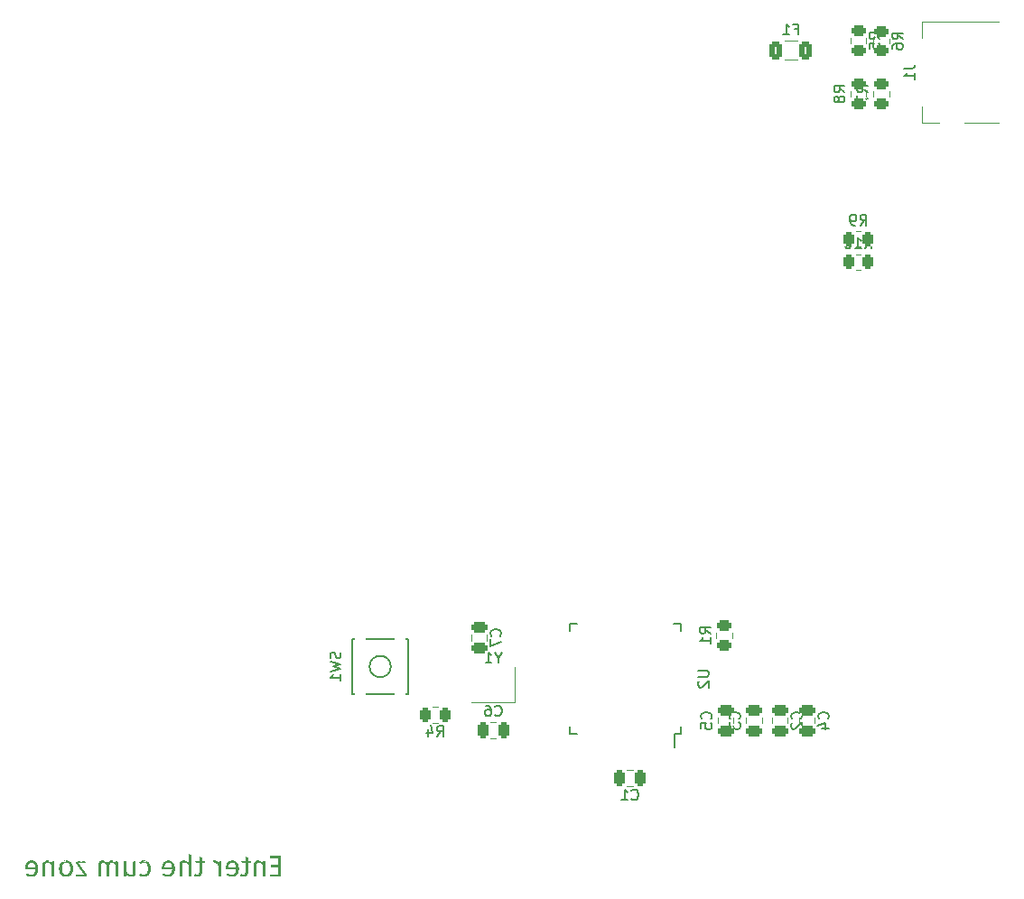
<source format=gbo>
%TF.GenerationSoftware,KiCad,Pcbnew,(7.0.0)*%
%TF.CreationDate,2023-03-14T21:06:17+08:00*%
%TF.ProjectId,kai_split_left,6b61695f-7370-46c6-9974-5f6c6566742e,rev?*%
%TF.SameCoordinates,Original*%
%TF.FileFunction,Legend,Bot*%
%TF.FilePolarity,Positive*%
%FSLAX46Y46*%
G04 Gerber Fmt 4.6, Leading zero omitted, Abs format (unit mm)*
G04 Created by KiCad (PCBNEW (7.0.0)) date 2023-03-14 21:06:17*
%MOMM*%
%LPD*%
G01*
G04 APERTURE LIST*
G04 Aperture macros list*
%AMRoundRect*
0 Rectangle with rounded corners*
0 $1 Rounding radius*
0 $2 $3 $4 $5 $6 $7 $8 $9 X,Y pos of 4 corners*
0 Add a 4 corners polygon primitive as box body*
4,1,4,$2,$3,$4,$5,$6,$7,$8,$9,$2,$3,0*
0 Add four circle primitives for the rounded corners*
1,1,$1+$1,$2,$3*
1,1,$1+$1,$4,$5*
1,1,$1+$1,$6,$7*
1,1,$1+$1,$8,$9*
0 Add four rect primitives between the rounded corners*
20,1,$1+$1,$2,$3,$4,$5,0*
20,1,$1+$1,$4,$5,$6,$7,0*
20,1,$1+$1,$6,$7,$8,$9,0*
20,1,$1+$1,$8,$9,$2,$3,0*%
%AMHorizOval*
0 Thick line with rounded ends*
0 $1 width*
0 $2 $3 position (X,Y) of the first rounded end (center of the circle)*
0 $4 $5 position (X,Y) of the second rounded end (center of the circle)*
0 Add line between two ends*
20,1,$1,$2,$3,$4,$5,0*
0 Add two circle primitives to create the rounded ends*
1,1,$1,$2,$3*
1,1,$1,$4,$5*%
G04 Aperture macros list end*
%ADD10C,0.150000*%
%ADD11C,0.120000*%
%ADD12C,1.750000*%
%ADD13C,3.987800*%
%ADD14HorizOval,2.250000X0.655001X0.730000X-0.655001X-0.730000X0*%
%ADD15C,2.250000*%
%ADD16HorizOval,2.250000X0.020000X0.290000X-0.020000X-0.290000X0*%
%ADD17C,0.800000*%
%ADD18O,2.000000X1.600000*%
%ADD19HorizOval,2.250000X-0.655001X-0.730000X0.655001X0.730000X0*%
%ADD20HorizOval,2.250000X-0.020000X-0.290000X0.020000X0.290000X0*%
%ADD21HorizOval,2.250000X0.020004X0.290000X-0.020004X-0.290000X0*%
%ADD22R,0.550000X1.500000*%
%ADD23R,1.500000X0.550000*%
%ADD24RoundRect,0.250000X0.450000X-0.262500X0.450000X0.262500X-0.450000X0.262500X-0.450000X-0.262500X0*%
%ADD25RoundRect,0.250000X-0.450000X0.262500X-0.450000X-0.262500X0.450000X-0.262500X0.450000X0.262500X0*%
%ADD26RoundRect,0.250000X0.475000X-0.250000X0.475000X0.250000X-0.475000X0.250000X-0.475000X-0.250000X0*%
%ADD27R,1.100000X1.800000*%
%ADD28RoundRect,0.250000X-0.475000X0.250000X-0.475000X-0.250000X0.475000X-0.250000X0.475000X0.250000X0*%
%ADD29RoundRect,0.250000X0.250000X0.475000X-0.250000X0.475000X-0.250000X-0.475000X0.250000X-0.475000X0*%
%ADD30RoundRect,0.250000X-0.262500X-0.450000X0.262500X-0.450000X0.262500X0.450000X-0.262500X0.450000X0*%
%ADD31R,1.400000X1.200000*%
%ADD32RoundRect,0.250000X0.262500X0.450000X-0.262500X0.450000X-0.262500X-0.450000X0.262500X-0.450000X0*%
%ADD33O,1.400000X0.800000*%
%ADD34R,0.700000X0.300000*%
%ADD35O,0.650000X0.950000*%
%ADD36C,0.650000*%
%ADD37RoundRect,0.250000X0.375000X0.625000X-0.375000X0.625000X-0.375000X-0.625000X0.375000X-0.625000X0*%
%ADD38RoundRect,0.250000X-0.250000X-0.475000X0.250000X-0.475000X0.250000X0.475000X-0.250000X0.475000X0*%
G04 APERTURE END LIST*
D10*
G36*
X46427715Y-114465951D02*
G01*
X46458489Y-114672092D01*
X47205872Y-114672092D01*
X47205872Y-115291492D01*
X46556187Y-115291492D01*
X46556187Y-115497633D01*
X47205872Y-115497633D01*
X47205872Y-116166859D01*
X46405244Y-116166859D01*
X46405244Y-116373000D01*
X47472097Y-116373000D01*
X47472097Y-114465951D01*
X46427715Y-114465951D01*
G37*
G36*
X45322272Y-114872371D02*
G01*
X45297399Y-114872839D01*
X45273217Y-114874241D01*
X45249726Y-114876579D01*
X45226925Y-114879851D01*
X45204816Y-114884059D01*
X45183397Y-114889201D01*
X45162668Y-114895279D01*
X45142631Y-114902291D01*
X45123284Y-114910239D01*
X45104628Y-114919121D01*
X45086663Y-114928938D01*
X45069389Y-114939691D01*
X45052805Y-114951378D01*
X45036912Y-114964001D01*
X45021710Y-114977558D01*
X45007198Y-114992050D01*
X44993475Y-115007360D01*
X44980637Y-115023367D01*
X44968684Y-115040073D01*
X44957617Y-115057477D01*
X44947435Y-115075580D01*
X44938139Y-115094381D01*
X44929728Y-115113880D01*
X44922202Y-115134078D01*
X44915562Y-115154974D01*
X44909807Y-115176568D01*
X44904937Y-115198861D01*
X44900953Y-115221852D01*
X44897854Y-115245542D01*
X44895640Y-115269930D01*
X44894312Y-115295017D01*
X44893870Y-115320801D01*
X44893870Y-116373000D01*
X45151302Y-116373000D01*
X45151302Y-115361346D01*
X45151821Y-115333027D01*
X45153380Y-115306322D01*
X45155977Y-115281232D01*
X45159614Y-115257756D01*
X45164289Y-115235894D01*
X45170003Y-115215647D01*
X45176757Y-115197014D01*
X45187378Y-115174681D01*
X45199845Y-115155218D01*
X45210408Y-115142504D01*
X45225941Y-115127506D01*
X45243229Y-115114508D01*
X45262272Y-115103509D01*
X45283071Y-115094510D01*
X45305625Y-115087511D01*
X45329935Y-115082512D01*
X45356000Y-115079512D01*
X45376701Y-115078575D01*
X45383821Y-115078512D01*
X45405650Y-115079122D01*
X45426989Y-115080951D01*
X45447839Y-115083999D01*
X45468199Y-115088267D01*
X45488070Y-115093754D01*
X45507452Y-115100460D01*
X45526344Y-115108385D01*
X45544746Y-115117530D01*
X45562660Y-115127894D01*
X45580083Y-115139478D01*
X45591427Y-115147877D01*
X45608090Y-115161416D01*
X45624555Y-115176019D01*
X45640822Y-115191687D01*
X45656892Y-115208419D01*
X45672764Y-115226216D01*
X45688439Y-115245078D01*
X45703917Y-115265005D01*
X45719197Y-115285997D01*
X45734279Y-115308053D01*
X45749164Y-115331174D01*
X45758978Y-115347180D01*
X45758978Y-116373000D01*
X46016410Y-116373000D01*
X46016410Y-114903635D01*
X45795614Y-114903635D01*
X45773144Y-115142016D01*
X45758071Y-115118862D01*
X45742346Y-115096661D01*
X45725969Y-115075413D01*
X45708939Y-115055119D01*
X45691256Y-115035777D01*
X45672920Y-115017389D01*
X45653932Y-114999954D01*
X45634292Y-114983471D01*
X45613999Y-114967942D01*
X45593053Y-114953367D01*
X45578727Y-114944179D01*
X45556718Y-114931346D01*
X45534288Y-114919776D01*
X45511437Y-114909467D01*
X45488166Y-114900421D01*
X45464474Y-114892637D01*
X45440361Y-114886116D01*
X45415828Y-114880857D01*
X45390873Y-114876859D01*
X45365498Y-114874125D01*
X45339703Y-114872652D01*
X45322272Y-114872371D01*
G37*
G36*
X43632600Y-116306565D02*
G01*
X43650948Y-116318396D01*
X43669602Y-116329463D01*
X43688562Y-116339767D01*
X43707826Y-116349308D01*
X43727396Y-116358085D01*
X43747272Y-116366100D01*
X43767452Y-116373351D01*
X43787938Y-116379838D01*
X43808729Y-116385563D01*
X43829826Y-116390524D01*
X43851228Y-116394722D01*
X43872935Y-116398157D01*
X43894947Y-116400828D01*
X43917265Y-116402736D01*
X43939888Y-116403881D01*
X43962816Y-116404263D01*
X43985941Y-116403847D01*
X44008421Y-116402599D01*
X44030256Y-116400519D01*
X44051446Y-116397607D01*
X44071991Y-116393863D01*
X44091891Y-116389287D01*
X44111146Y-116383880D01*
X44129756Y-116377640D01*
X44156462Y-116366721D01*
X44181717Y-116353929D01*
X44205520Y-116339266D01*
X44227873Y-116322731D01*
X44248774Y-116304324D01*
X44255419Y-116297773D01*
X44274188Y-116276969D01*
X44291111Y-116254490D01*
X44306188Y-116230337D01*
X44319418Y-116204510D01*
X44327213Y-116186362D01*
X44334187Y-116167469D01*
X44340341Y-116147832D01*
X44345674Y-116127451D01*
X44350187Y-116106326D01*
X44353879Y-116084457D01*
X44356751Y-116061844D01*
X44358802Y-116038486D01*
X44360033Y-116014384D01*
X44360443Y-115989538D01*
X44360443Y-115109775D01*
X44617875Y-115109775D01*
X44617875Y-114903635D01*
X44360443Y-114903635D01*
X44360443Y-114572441D01*
X44103011Y-114541667D01*
X44103011Y-114903635D01*
X43752767Y-114903635D01*
X43781099Y-115109775D01*
X44103011Y-115109775D01*
X44103011Y-115981722D01*
X44102655Y-116002514D01*
X44101586Y-116022206D01*
X44099052Y-116046752D01*
X44095251Y-116069345D01*
X44090183Y-116089983D01*
X44083848Y-116108668D01*
X44074147Y-116129276D01*
X44062467Y-116146831D01*
X44048332Y-116161607D01*
X44031574Y-116173879D01*
X44012192Y-116183646D01*
X43990186Y-116190909D01*
X43970693Y-116194916D01*
X43949520Y-116197320D01*
X43926668Y-116198122D01*
X43904579Y-116197221D01*
X43881788Y-116194519D01*
X43858295Y-116190016D01*
X43834100Y-116183711D01*
X43809202Y-116175605D01*
X43790069Y-116168344D01*
X43770540Y-116160069D01*
X43750616Y-116150781D01*
X43730297Y-116140480D01*
X43632600Y-116306565D01*
G37*
G36*
X42926547Y-114872763D02*
G01*
X42949422Y-114873936D01*
X42971915Y-114875892D01*
X42994027Y-114878630D01*
X43015757Y-114882151D01*
X43037105Y-114886454D01*
X43058072Y-114891539D01*
X43078657Y-114897406D01*
X43098860Y-114904056D01*
X43118682Y-114911488D01*
X43138122Y-114919703D01*
X43157181Y-114928700D01*
X43175858Y-114938479D01*
X43194153Y-114949041D01*
X43212067Y-114960385D01*
X43229599Y-114972511D01*
X43246629Y-114985328D01*
X43263159Y-114998744D01*
X43279190Y-115012760D01*
X43294720Y-115027374D01*
X43309751Y-115042588D01*
X43324281Y-115058401D01*
X43338312Y-115074813D01*
X43351842Y-115091824D01*
X43364873Y-115109434D01*
X43377404Y-115127643D01*
X43389435Y-115146452D01*
X43400966Y-115165860D01*
X43411997Y-115185867D01*
X43422528Y-115206473D01*
X43432559Y-115227678D01*
X43442090Y-115249482D01*
X43451081Y-115271726D01*
X43459493Y-115294370D01*
X43467324Y-115317414D01*
X43474575Y-115340860D01*
X43481245Y-115364706D01*
X43487336Y-115388953D01*
X43492847Y-115413600D01*
X43497778Y-115438648D01*
X43502128Y-115464097D01*
X43505899Y-115489947D01*
X43509089Y-115516198D01*
X43511699Y-115542849D01*
X43513730Y-115569900D01*
X43515180Y-115597353D01*
X43516050Y-115625206D01*
X43516340Y-115653460D01*
X43516172Y-115675204D01*
X43515668Y-115696655D01*
X43514829Y-115717813D01*
X43513653Y-115738678D01*
X43512142Y-115759250D01*
X43510295Y-115779529D01*
X43508112Y-115799516D01*
X43505593Y-115819209D01*
X43499548Y-115857718D01*
X43492160Y-115895054D01*
X43483428Y-115931220D01*
X43473353Y-115966213D01*
X43461935Y-116000035D01*
X43449173Y-116032685D01*
X43435068Y-116064164D01*
X43419620Y-116094471D01*
X43402828Y-116123607D01*
X43384693Y-116151570D01*
X43365215Y-116178363D01*
X43344393Y-116203983D01*
X43322310Y-116228236D01*
X43299170Y-116250924D01*
X43274973Y-116272047D01*
X43249718Y-116291606D01*
X43223407Y-116309599D01*
X43196038Y-116326029D01*
X43167613Y-116340893D01*
X43138130Y-116354193D01*
X43107590Y-116365928D01*
X43075993Y-116376098D01*
X43043339Y-116384704D01*
X43009628Y-116391745D01*
X42974859Y-116397222D01*
X42939034Y-116401133D01*
X42902151Y-116403480D01*
X42864212Y-116404263D01*
X42829397Y-116403555D01*
X42794931Y-116401431D01*
X42760811Y-116397891D01*
X42727039Y-116392936D01*
X42693614Y-116386565D01*
X42660536Y-116378777D01*
X42627806Y-116369574D01*
X42595422Y-116358956D01*
X42563387Y-116346921D01*
X42531698Y-116333470D01*
X42500357Y-116318604D01*
X42469363Y-116302322D01*
X42438716Y-116284624D01*
X42408416Y-116265510D01*
X42378464Y-116244980D01*
X42348859Y-116223034D01*
X42460722Y-116072092D01*
X42466851Y-116076179D01*
X42485139Y-116088022D01*
X42503281Y-116099237D01*
X42521278Y-116109826D01*
X42539128Y-116119788D01*
X42556832Y-116129123D01*
X42580211Y-116140595D01*
X42603330Y-116150952D01*
X42626189Y-116160195D01*
X42648789Y-116168324D01*
X42654393Y-116170157D01*
X42677142Y-116176908D01*
X42700425Y-116182728D01*
X42724243Y-116187617D01*
X42748595Y-116191574D01*
X42773481Y-116194601D01*
X42798901Y-116196696D01*
X42824856Y-116197860D01*
X42844672Y-116198122D01*
X42865437Y-116197683D01*
X42885720Y-116196366D01*
X42905523Y-116194172D01*
X42924845Y-116191100D01*
X42952926Y-116184846D01*
X42979926Y-116176617D01*
X43005843Y-116166413D01*
X43030678Y-116154234D01*
X43054432Y-116140081D01*
X43077104Y-116123952D01*
X43098693Y-116105848D01*
X43119201Y-116085770D01*
X43132104Y-116071234D01*
X43144312Y-116055713D01*
X43155826Y-116039207D01*
X43166645Y-116021717D01*
X43176770Y-116003243D01*
X43186200Y-115983783D01*
X43194936Y-115963339D01*
X43202976Y-115941911D01*
X43210323Y-115919498D01*
X43216975Y-115896100D01*
X43222932Y-115871718D01*
X43228195Y-115846351D01*
X43232763Y-115819999D01*
X43236636Y-115792663D01*
X43239815Y-115764343D01*
X43242300Y-115735037D01*
X42301476Y-115735037D01*
X42300766Y-115726622D01*
X42299192Y-115705685D01*
X42297904Y-115684891D01*
X42296902Y-115664240D01*
X42296187Y-115643732D01*
X42295757Y-115623368D01*
X42295614Y-115603146D01*
X42295767Y-115581859D01*
X42296227Y-115560863D01*
X42296992Y-115540159D01*
X42297583Y-115528896D01*
X42550604Y-115528896D01*
X43242300Y-115528896D01*
X43240248Y-115501187D01*
X43237634Y-115474358D01*
X43234459Y-115448408D01*
X43230721Y-115423338D01*
X43226421Y-115399147D01*
X43221560Y-115375836D01*
X43216136Y-115353405D01*
X43210151Y-115331853D01*
X43203604Y-115311181D01*
X43196494Y-115291389D01*
X43188823Y-115272477D01*
X43180590Y-115254444D01*
X43162438Y-115221017D01*
X43142038Y-115191108D01*
X43119390Y-115164719D01*
X43094494Y-115141848D01*
X43067351Y-115122495D01*
X43037960Y-115106661D01*
X43006321Y-115094346D01*
X42972434Y-115085550D01*
X42936300Y-115080272D01*
X42897917Y-115078512D01*
X42876521Y-115078947D01*
X42855808Y-115080253D01*
X42835778Y-115082428D01*
X42816432Y-115085473D01*
X42788692Y-115091673D01*
X42762490Y-115099830D01*
X42737825Y-115109945D01*
X42714697Y-115122018D01*
X42693106Y-115136049D01*
X42673052Y-115152037D01*
X42654534Y-115169983D01*
X42637554Y-115189887D01*
X42632205Y-115196916D01*
X42617175Y-115219189D01*
X42603674Y-115243238D01*
X42591702Y-115269066D01*
X42584569Y-115287271D01*
X42578115Y-115306267D01*
X42572341Y-115326053D01*
X42567247Y-115346628D01*
X42562831Y-115367994D01*
X42559095Y-115390149D01*
X42556038Y-115413095D01*
X42553661Y-115436830D01*
X42551962Y-115461355D01*
X42550943Y-115486671D01*
X42550604Y-115512776D01*
X42550604Y-115528896D01*
X42297583Y-115528896D01*
X42298064Y-115519745D01*
X42299443Y-115499622D01*
X42301127Y-115479790D01*
X42305415Y-115440999D01*
X42310927Y-115403373D01*
X42317665Y-115366910D01*
X42325628Y-115331611D01*
X42334815Y-115297476D01*
X42345228Y-115264505D01*
X42356866Y-115232698D01*
X42369729Y-115202055D01*
X42383816Y-115172576D01*
X42399129Y-115144261D01*
X42415667Y-115117110D01*
X42433430Y-115091123D01*
X42452418Y-115066300D01*
X42472555Y-115042817D01*
X42493764Y-115020848D01*
X42516045Y-115000395D01*
X42539399Y-114981456D01*
X42563825Y-114964033D01*
X42589324Y-114948125D01*
X42615895Y-114933732D01*
X42643538Y-114920854D01*
X42672254Y-114909491D01*
X42702042Y-114899643D01*
X42732902Y-114891310D01*
X42764835Y-114884492D01*
X42797841Y-114879189D01*
X42831918Y-114875402D01*
X42867068Y-114873129D01*
X42903290Y-114872371D01*
X42926547Y-114872763D01*
G37*
G36*
X41242928Y-114872371D02*
G01*
X41218637Y-114872765D01*
X41194919Y-114873946D01*
X41171773Y-114875913D01*
X41149199Y-114878668D01*
X41127198Y-114882210D01*
X41105770Y-114886539D01*
X41097359Y-114888491D01*
X41144742Y-115139085D01*
X41165665Y-115134300D01*
X41186301Y-115130326D01*
X41206652Y-115127163D01*
X41226716Y-115124812D01*
X41246494Y-115123271D01*
X41269850Y-115122492D01*
X41273702Y-115122476D01*
X41298971Y-115123361D01*
X41323305Y-115126014D01*
X41346702Y-115130436D01*
X41369163Y-115136627D01*
X41390688Y-115144587D01*
X41411278Y-115154315D01*
X41430931Y-115165813D01*
X41449649Y-115179079D01*
X41467430Y-115194115D01*
X41484276Y-115210919D01*
X41494986Y-115223104D01*
X41510418Y-115242859D01*
X41525206Y-115264572D01*
X41539349Y-115288243D01*
X41552849Y-115313871D01*
X41561491Y-115332044D01*
X41569847Y-115351087D01*
X41577916Y-115371001D01*
X41585700Y-115391784D01*
X41593197Y-115413438D01*
X41600408Y-115435962D01*
X41607332Y-115459356D01*
X41613971Y-115483620D01*
X41620323Y-115508754D01*
X41626389Y-115534758D01*
X41626389Y-116373000D01*
X41883821Y-116373000D01*
X41883821Y-114903635D01*
X41663025Y-114903635D01*
X41637624Y-115203565D01*
X41630133Y-115183363D01*
X41622313Y-115163791D01*
X41614165Y-115144849D01*
X41605689Y-115126537D01*
X41596885Y-115108854D01*
X41583063Y-115083510D01*
X41568503Y-115059584D01*
X41553205Y-115037074D01*
X41537168Y-115015981D01*
X41520392Y-114996304D01*
X41502878Y-114978045D01*
X41484626Y-114961202D01*
X41478378Y-114955903D01*
X41459126Y-114940975D01*
X41439291Y-114927515D01*
X41418872Y-114915524D01*
X41397869Y-114905001D01*
X41376282Y-114895946D01*
X41354112Y-114888360D01*
X41331357Y-114882242D01*
X41308018Y-114877592D01*
X41284096Y-114874411D01*
X41259590Y-114872698D01*
X41242928Y-114872371D01*
G37*
G36*
X39318294Y-116306565D02*
G01*
X39336643Y-116318396D01*
X39355297Y-116329463D01*
X39374256Y-116339767D01*
X39393521Y-116349308D01*
X39413091Y-116358085D01*
X39432966Y-116366100D01*
X39453147Y-116373351D01*
X39473632Y-116379838D01*
X39494424Y-116385563D01*
X39515520Y-116390524D01*
X39536922Y-116394722D01*
X39558629Y-116398157D01*
X39580641Y-116400828D01*
X39602959Y-116402736D01*
X39625582Y-116403881D01*
X39648510Y-116404263D01*
X39671635Y-116403847D01*
X39694115Y-116402599D01*
X39715950Y-116400519D01*
X39737140Y-116397607D01*
X39757685Y-116393863D01*
X39777585Y-116389287D01*
X39796840Y-116383880D01*
X39815450Y-116377640D01*
X39842156Y-116366721D01*
X39867411Y-116353929D01*
X39891215Y-116339266D01*
X39913567Y-116322731D01*
X39934469Y-116304324D01*
X39941113Y-116297773D01*
X39959882Y-116276969D01*
X39976805Y-116254490D01*
X39991882Y-116230337D01*
X40005113Y-116204510D01*
X40012907Y-116186362D01*
X40019882Y-116167469D01*
X40026035Y-116147832D01*
X40031369Y-116127451D01*
X40035881Y-116106326D01*
X40039574Y-116084457D01*
X40042445Y-116061844D01*
X40044497Y-116038486D01*
X40045727Y-116014384D01*
X40046138Y-115989538D01*
X40046138Y-115109775D01*
X40303570Y-115109775D01*
X40303570Y-114903635D01*
X40046138Y-114903635D01*
X40046138Y-114572441D01*
X39788706Y-114541667D01*
X39788706Y-114903635D01*
X39438461Y-114903635D01*
X39466794Y-115109775D01*
X39788706Y-115109775D01*
X39788706Y-115981722D01*
X39788349Y-116002514D01*
X39787280Y-116022206D01*
X39784746Y-116046752D01*
X39780945Y-116069345D01*
X39775877Y-116089983D01*
X39769542Y-116108668D01*
X39759842Y-116129276D01*
X39748161Y-116146831D01*
X39734027Y-116161607D01*
X39717268Y-116173879D01*
X39697886Y-116183646D01*
X39675881Y-116190909D01*
X39656387Y-116194916D01*
X39635214Y-116197320D01*
X39612362Y-116198122D01*
X39590274Y-116197221D01*
X39567483Y-116194519D01*
X39543990Y-116190016D01*
X39519794Y-116183711D01*
X39494897Y-116175605D01*
X39475763Y-116168344D01*
X39456234Y-116160069D01*
X39436310Y-116150781D01*
X39415991Y-116140480D01*
X39318294Y-116306565D01*
G37*
G36*
X38358420Y-114872371D02*
G01*
X38333547Y-114872839D01*
X38309365Y-114874241D01*
X38285874Y-114876579D01*
X38263073Y-114879851D01*
X38240964Y-114884059D01*
X38219545Y-114889201D01*
X38198816Y-114895279D01*
X38178779Y-114902291D01*
X38159432Y-114910239D01*
X38140776Y-114919121D01*
X38122811Y-114928938D01*
X38105537Y-114939691D01*
X38088953Y-114951378D01*
X38073060Y-114964001D01*
X38057858Y-114977558D01*
X38043346Y-114992050D01*
X38029623Y-115007360D01*
X38016785Y-115023367D01*
X38004832Y-115040073D01*
X37993765Y-115057477D01*
X37983583Y-115075580D01*
X37974287Y-115094381D01*
X37965876Y-115113880D01*
X37958350Y-115134078D01*
X37951709Y-115154974D01*
X37945954Y-115176568D01*
X37941085Y-115198861D01*
X37937101Y-115221852D01*
X37934002Y-115245542D01*
X37931788Y-115269930D01*
X37930460Y-115295017D01*
X37930018Y-115320801D01*
X37930018Y-116373000D01*
X38187450Y-116373000D01*
X38187450Y-115361346D01*
X38187982Y-115333027D01*
X38189579Y-115306322D01*
X38192241Y-115281232D01*
X38195968Y-115257756D01*
X38200759Y-115235894D01*
X38206615Y-115215647D01*
X38213536Y-115197014D01*
X38224420Y-115174681D01*
X38237197Y-115155218D01*
X38248022Y-115142504D01*
X38263898Y-115127506D01*
X38281483Y-115114508D01*
X38300778Y-115103509D01*
X38321783Y-115094510D01*
X38344498Y-115087511D01*
X38368922Y-115082512D01*
X38388362Y-115080075D01*
X38408764Y-115078762D01*
X38422900Y-115078512D01*
X38444205Y-115079122D01*
X38465072Y-115080951D01*
X38485501Y-115083999D01*
X38505492Y-115088267D01*
X38525045Y-115093754D01*
X38544161Y-115100460D01*
X38562838Y-115108385D01*
X38581077Y-115117530D01*
X38598879Y-115127894D01*
X38616243Y-115139478D01*
X38627575Y-115147877D01*
X38644238Y-115161394D01*
X38660703Y-115175933D01*
X38676970Y-115191493D01*
X38693040Y-115208076D01*
X38708912Y-115225680D01*
X38724587Y-115244306D01*
X38740065Y-115263953D01*
X38755345Y-115284623D01*
X38770427Y-115306314D01*
X38785312Y-115329027D01*
X38795126Y-115344737D01*
X38795126Y-116373000D01*
X39052558Y-116373000D01*
X39052558Y-114318917D01*
X38795126Y-114290585D01*
X38795126Y-115128338D01*
X38773098Y-115097342D01*
X38750368Y-115068346D01*
X38726936Y-115041349D01*
X38702802Y-115016353D01*
X38677966Y-114993356D01*
X38652427Y-114972358D01*
X38626186Y-114953361D01*
X38599243Y-114936363D01*
X38571598Y-114921365D01*
X38543250Y-114908367D01*
X38514201Y-114897368D01*
X38484449Y-114888369D01*
X38453995Y-114881370D01*
X38422839Y-114876371D01*
X38390980Y-114873371D01*
X38358420Y-114872371D01*
G37*
G36*
X36929897Y-114872763D02*
G01*
X36952771Y-114873936D01*
X36975265Y-114875892D01*
X36997376Y-114878630D01*
X37019106Y-114882151D01*
X37040455Y-114886454D01*
X37061421Y-114891539D01*
X37082006Y-114897406D01*
X37102210Y-114904056D01*
X37122032Y-114911488D01*
X37141472Y-114919703D01*
X37160531Y-114928700D01*
X37179207Y-114938479D01*
X37197503Y-114949041D01*
X37215417Y-114960385D01*
X37232949Y-114972511D01*
X37249979Y-114985328D01*
X37266509Y-114998744D01*
X37282539Y-115012760D01*
X37298070Y-115027374D01*
X37313100Y-115042588D01*
X37327631Y-115058401D01*
X37341661Y-115074813D01*
X37355192Y-115091824D01*
X37368223Y-115109434D01*
X37380754Y-115127643D01*
X37392785Y-115146452D01*
X37404315Y-115165860D01*
X37415346Y-115185867D01*
X37425878Y-115206473D01*
X37435909Y-115227678D01*
X37445440Y-115249482D01*
X37454431Y-115271726D01*
X37462842Y-115294370D01*
X37470673Y-115317414D01*
X37477924Y-115340860D01*
X37484595Y-115364706D01*
X37490686Y-115388953D01*
X37496197Y-115413600D01*
X37501127Y-115438648D01*
X37505478Y-115464097D01*
X37509248Y-115489947D01*
X37512439Y-115516198D01*
X37515049Y-115542849D01*
X37517079Y-115569900D01*
X37518530Y-115597353D01*
X37519400Y-115625206D01*
X37519690Y-115653460D01*
X37519522Y-115675204D01*
X37519018Y-115696655D01*
X37518178Y-115717813D01*
X37517003Y-115738678D01*
X37515492Y-115759250D01*
X37513645Y-115779529D01*
X37511462Y-115799516D01*
X37508943Y-115819209D01*
X37502898Y-115857718D01*
X37495510Y-115895054D01*
X37486778Y-115931220D01*
X37476703Y-115966213D01*
X37465285Y-116000035D01*
X37452523Y-116032685D01*
X37438418Y-116064164D01*
X37422969Y-116094471D01*
X37406178Y-116123607D01*
X37388043Y-116151570D01*
X37368564Y-116178363D01*
X37347743Y-116203983D01*
X37325660Y-116228236D01*
X37302520Y-116250924D01*
X37278322Y-116272047D01*
X37253068Y-116291606D01*
X37226757Y-116309599D01*
X37199388Y-116326029D01*
X37170962Y-116340893D01*
X37141480Y-116354193D01*
X37110940Y-116365928D01*
X37079343Y-116376098D01*
X37046689Y-116384704D01*
X37012977Y-116391745D01*
X36978209Y-116397222D01*
X36942384Y-116401133D01*
X36905501Y-116403480D01*
X36867561Y-116404263D01*
X36832747Y-116403555D01*
X36798280Y-116401431D01*
X36764161Y-116397891D01*
X36730388Y-116392936D01*
X36696963Y-116386565D01*
X36663886Y-116378777D01*
X36631155Y-116369574D01*
X36598772Y-116358956D01*
X36566736Y-116346921D01*
X36535048Y-116333470D01*
X36503706Y-116318604D01*
X36472712Y-116302322D01*
X36442065Y-116284624D01*
X36411766Y-116265510D01*
X36381814Y-116244980D01*
X36352209Y-116223034D01*
X36464072Y-116072092D01*
X36470201Y-116076179D01*
X36488489Y-116088022D01*
X36506631Y-116099237D01*
X36524627Y-116109826D01*
X36542477Y-116119788D01*
X36560182Y-116129123D01*
X36583560Y-116140595D01*
X36606679Y-116150952D01*
X36629539Y-116160195D01*
X36652139Y-116168324D01*
X36657743Y-116170157D01*
X36680492Y-116176908D01*
X36703775Y-116182728D01*
X36727592Y-116187617D01*
X36751944Y-116191574D01*
X36776830Y-116194601D01*
X36802251Y-116196696D01*
X36828205Y-116197860D01*
X36848022Y-116198122D01*
X36868786Y-116197683D01*
X36889070Y-116196366D01*
X36908873Y-116194172D01*
X36928195Y-116191100D01*
X36956276Y-116184846D01*
X36983275Y-116176617D01*
X37009193Y-116166413D01*
X37034028Y-116154234D01*
X37057782Y-116140081D01*
X37080453Y-116123952D01*
X37102043Y-116105848D01*
X37122551Y-116085770D01*
X37135454Y-116071234D01*
X37147662Y-116055713D01*
X37159176Y-116039207D01*
X37169995Y-116021717D01*
X37180120Y-116003243D01*
X37189550Y-115983783D01*
X37198285Y-115963339D01*
X37206326Y-115941911D01*
X37213672Y-115919498D01*
X37220324Y-115896100D01*
X37226281Y-115871718D01*
X37231544Y-115846351D01*
X37236112Y-115819999D01*
X37239986Y-115792663D01*
X37243165Y-115764343D01*
X37245649Y-115735037D01*
X36304826Y-115735037D01*
X36304116Y-115726622D01*
X36302542Y-115705685D01*
X36301254Y-115684891D01*
X36300252Y-115664240D01*
X36299536Y-115643732D01*
X36299107Y-115623368D01*
X36298964Y-115603146D01*
X36299117Y-115581859D01*
X36299576Y-115560863D01*
X36300342Y-115540159D01*
X36300933Y-115528896D01*
X36553953Y-115528896D01*
X37245649Y-115528896D01*
X37243597Y-115501187D01*
X37240984Y-115474358D01*
X37237808Y-115448408D01*
X37234071Y-115423338D01*
X37229771Y-115399147D01*
X37224910Y-115375836D01*
X37219486Y-115353405D01*
X37213501Y-115331853D01*
X37206953Y-115311181D01*
X37199844Y-115291389D01*
X37192173Y-115272477D01*
X37183940Y-115254444D01*
X37165787Y-115221017D01*
X37145387Y-115191108D01*
X37122740Y-115164719D01*
X37097844Y-115141848D01*
X37070701Y-115122495D01*
X37041310Y-115106661D01*
X37009671Y-115094346D01*
X36975784Y-115085550D01*
X36939649Y-115080272D01*
X36901267Y-115078512D01*
X36879871Y-115078947D01*
X36859158Y-115080253D01*
X36839128Y-115082428D01*
X36819781Y-115085473D01*
X36792042Y-115091673D01*
X36765840Y-115099830D01*
X36741175Y-115109945D01*
X36718046Y-115122018D01*
X36696455Y-115136049D01*
X36676401Y-115152037D01*
X36657884Y-115169983D01*
X36640904Y-115189887D01*
X36635554Y-115196916D01*
X36620525Y-115219189D01*
X36607024Y-115243238D01*
X36595051Y-115269066D01*
X36587918Y-115287271D01*
X36581465Y-115306267D01*
X36575691Y-115326053D01*
X36570596Y-115346628D01*
X36566181Y-115367994D01*
X36562445Y-115390149D01*
X36559388Y-115413095D01*
X36557010Y-115436830D01*
X36555312Y-115461355D01*
X36554293Y-115486671D01*
X36553953Y-115512776D01*
X36553953Y-115528896D01*
X36300933Y-115528896D01*
X36301414Y-115519745D01*
X36302792Y-115499622D01*
X36304477Y-115479790D01*
X36308764Y-115440999D01*
X36314277Y-115403373D01*
X36321014Y-115366910D01*
X36328977Y-115331611D01*
X36338165Y-115297476D01*
X36348578Y-115264505D01*
X36360215Y-115232698D01*
X36373078Y-115202055D01*
X36387166Y-115172576D01*
X36402479Y-115144261D01*
X36419017Y-115117110D01*
X36436780Y-115091123D01*
X36455768Y-115066300D01*
X36475904Y-115042817D01*
X36497114Y-115020848D01*
X36519395Y-115000395D01*
X36542749Y-114981456D01*
X36567175Y-114964033D01*
X36592674Y-114948125D01*
X36619245Y-114933732D01*
X36646888Y-114920854D01*
X36675604Y-114909491D01*
X36705392Y-114899643D01*
X36736252Y-114891310D01*
X36768185Y-114884492D01*
X36801190Y-114879189D01*
X36835268Y-114875402D01*
X36870418Y-114873129D01*
X36906640Y-114872371D01*
X36929897Y-114872763D01*
G37*
G36*
X34609292Y-114872371D02*
G01*
X34584847Y-114872693D01*
X34560789Y-114873659D01*
X34537117Y-114875269D01*
X34513831Y-114877523D01*
X34490932Y-114880421D01*
X34468419Y-114883963D01*
X34446293Y-114888149D01*
X34424553Y-114892979D01*
X34403199Y-114898453D01*
X34382232Y-114904571D01*
X34368468Y-114909008D01*
X34348029Y-114916272D01*
X34327745Y-114924326D01*
X34307615Y-114933171D01*
X34287639Y-114942805D01*
X34267818Y-114953229D01*
X34248152Y-114964443D01*
X34228640Y-114976448D01*
X34209283Y-114989242D01*
X34190081Y-115002826D01*
X34171032Y-115017200D01*
X34158420Y-115027221D01*
X34281518Y-115201122D01*
X34301111Y-115185888D01*
X34320566Y-115171691D01*
X34339884Y-115158532D01*
X34359065Y-115146412D01*
X34378108Y-115135329D01*
X34397014Y-115125285D01*
X34415783Y-115116278D01*
X34434414Y-115108310D01*
X34453213Y-115101326D01*
X34472485Y-115095274D01*
X34492231Y-115090152D01*
X34512450Y-115085962D01*
X34533142Y-115082703D01*
X34554307Y-115080375D01*
X34575945Y-115078978D01*
X34598057Y-115078512D01*
X34620155Y-115079075D01*
X34641631Y-115080764D01*
X34662485Y-115083579D01*
X34682717Y-115087519D01*
X34702327Y-115092585D01*
X34721315Y-115098777D01*
X34739681Y-115106095D01*
X34757425Y-115114538D01*
X34774547Y-115124108D01*
X34791047Y-115134803D01*
X34806924Y-115146624D01*
X34822180Y-115159571D01*
X34836814Y-115173643D01*
X34850825Y-115188841D01*
X34864215Y-115205166D01*
X34876982Y-115222616D01*
X34888990Y-115241108D01*
X34900223Y-115260679D01*
X34910682Y-115281331D01*
X34920366Y-115303063D01*
X34929275Y-115325875D01*
X34937409Y-115349767D01*
X34944769Y-115374739D01*
X34951354Y-115400791D01*
X34957164Y-115427923D01*
X34962200Y-115456135D01*
X34966461Y-115485427D01*
X34969947Y-115515799D01*
X34972658Y-115547251D01*
X34974595Y-115579783D01*
X34975757Y-115613395D01*
X34976145Y-115648087D01*
X34975763Y-115682800D01*
X34974618Y-115716353D01*
X34972710Y-115748745D01*
X34970039Y-115779978D01*
X34966604Y-115810050D01*
X34962406Y-115838963D01*
X34957445Y-115866715D01*
X34951720Y-115893307D01*
X34945233Y-115918738D01*
X34937982Y-115943010D01*
X34929967Y-115966121D01*
X34921190Y-115988073D01*
X34911649Y-116008864D01*
X34901345Y-116028495D01*
X34890278Y-116046966D01*
X34878448Y-116064277D01*
X34865846Y-116080484D01*
X34852588Y-116095646D01*
X34838674Y-116109763D01*
X34824103Y-116122834D01*
X34801017Y-116140479D01*
X34776453Y-116155772D01*
X34750413Y-116168712D01*
X34732232Y-116176032D01*
X34713395Y-116182306D01*
X34693901Y-116187534D01*
X34673751Y-116191717D01*
X34652945Y-116194854D01*
X34631482Y-116196945D01*
X34609362Y-116197991D01*
X34598057Y-116198122D01*
X34576540Y-116197709D01*
X34555467Y-116196473D01*
X34534836Y-116194412D01*
X34514648Y-116191527D01*
X34494902Y-116187818D01*
X34475599Y-116183284D01*
X34456739Y-116177926D01*
X34438322Y-116171743D01*
X34419866Y-116164531D01*
X34400892Y-116156326D01*
X34381398Y-116147128D01*
X34361385Y-116136939D01*
X34340854Y-116125757D01*
X34319803Y-116113583D01*
X34298233Y-116100417D01*
X34281715Y-116089891D01*
X34276145Y-116086258D01*
X34158420Y-116252832D01*
X34183823Y-116271169D01*
X34209596Y-116288324D01*
X34235740Y-116304295D01*
X34262253Y-116319083D01*
X34289137Y-116332688D01*
X34316391Y-116345110D01*
X34344016Y-116356349D01*
X34372010Y-116366405D01*
X34400375Y-116375278D01*
X34429109Y-116382968D01*
X34458214Y-116389474D01*
X34487689Y-116394798D01*
X34517535Y-116398939D01*
X34547750Y-116401896D01*
X34578336Y-116403671D01*
X34609292Y-116404263D01*
X34646226Y-116403480D01*
X34682168Y-116401133D01*
X34717117Y-116397222D01*
X34751075Y-116391745D01*
X34784040Y-116384704D01*
X34816013Y-116376098D01*
X34846994Y-116365928D01*
X34876982Y-116354193D01*
X34905978Y-116340893D01*
X34933982Y-116326029D01*
X34960994Y-116309599D01*
X34987013Y-116291606D01*
X35012041Y-116272047D01*
X35036076Y-116250924D01*
X35059119Y-116228236D01*
X35081169Y-116203983D01*
X35101991Y-116178353D01*
X35121469Y-116151532D01*
X35139604Y-116123521D01*
X35156396Y-116094318D01*
X35171844Y-116063925D01*
X35185949Y-116032342D01*
X35198711Y-115999567D01*
X35210129Y-115965602D01*
X35220204Y-115930447D01*
X35228936Y-115894100D01*
X35236324Y-115856563D01*
X35242369Y-115817836D01*
X35244888Y-115798025D01*
X35247071Y-115777917D01*
X35248918Y-115757511D01*
X35250429Y-115736808D01*
X35251605Y-115715807D01*
X35252444Y-115694508D01*
X35252948Y-115672912D01*
X35253116Y-115651018D01*
X35252811Y-115622058D01*
X35251895Y-115593552D01*
X35250368Y-115565500D01*
X35248231Y-115537903D01*
X35245483Y-115510759D01*
X35242125Y-115484070D01*
X35238156Y-115457835D01*
X35233577Y-115432054D01*
X35228386Y-115406727D01*
X35222586Y-115381854D01*
X35216174Y-115357436D01*
X35209152Y-115333471D01*
X35201520Y-115309961D01*
X35193277Y-115286905D01*
X35184423Y-115264303D01*
X35174958Y-115242155D01*
X35164872Y-115220540D01*
X35154274Y-115199535D01*
X35143165Y-115179140D01*
X35131544Y-115159357D01*
X35119412Y-115140184D01*
X35106769Y-115121621D01*
X35093614Y-115103669D01*
X35079948Y-115086328D01*
X35065770Y-115069598D01*
X35051081Y-115053478D01*
X35035881Y-115037968D01*
X35020169Y-115023069D01*
X35003946Y-115008781D01*
X34987212Y-114995103D01*
X34969966Y-114982036D01*
X34952209Y-114969580D01*
X34933982Y-114957809D01*
X34915328Y-114946797D01*
X34896247Y-114936544D01*
X34876738Y-114927051D01*
X34856801Y-114918318D01*
X34836438Y-114910344D01*
X34815647Y-114903129D01*
X34794428Y-114896674D01*
X34772782Y-114890978D01*
X34750709Y-114886041D01*
X34728208Y-114881864D01*
X34705279Y-114878447D01*
X34681924Y-114875789D01*
X34658140Y-114873890D01*
X34633930Y-114872751D01*
X34609292Y-114872371D01*
G37*
G36*
X32740346Y-116373000D02*
G01*
X32961141Y-116373000D01*
X32980681Y-116138038D01*
X32991282Y-116155087D01*
X33002082Y-116171553D01*
X33018655Y-116195156D01*
X33035673Y-116217445D01*
X33053139Y-116238421D01*
X33071050Y-116258083D01*
X33089409Y-116276432D01*
X33108214Y-116293466D01*
X33127465Y-116309187D01*
X33147163Y-116323594D01*
X33167307Y-116336687D01*
X33174121Y-116340759D01*
X33195054Y-116352108D01*
X33216820Y-116362341D01*
X33239418Y-116371457D01*
X33262850Y-116379457D01*
X33287114Y-116386340D01*
X33312212Y-116392108D01*
X33338142Y-116396759D01*
X33364905Y-116400294D01*
X33392501Y-116402712D01*
X33420930Y-116404015D01*
X33440346Y-116404263D01*
X33464138Y-116403807D01*
X33487278Y-116402438D01*
X33509766Y-116400158D01*
X33531601Y-116396966D01*
X33552783Y-116392861D01*
X33573313Y-116387845D01*
X33593190Y-116381916D01*
X33612415Y-116375076D01*
X33630987Y-116367323D01*
X33648906Y-116358658D01*
X33666173Y-116349081D01*
X33682787Y-116338592D01*
X33698749Y-116327191D01*
X33714058Y-116314877D01*
X33728714Y-116301652D01*
X33742718Y-116287515D01*
X33755909Y-116272480D01*
X33768249Y-116256686D01*
X33779738Y-116240133D01*
X33790376Y-116222821D01*
X33800163Y-116204749D01*
X33809099Y-116185917D01*
X33817184Y-116166326D01*
X33824418Y-116145976D01*
X33830800Y-116124866D01*
X33836332Y-116102997D01*
X33841013Y-116080368D01*
X33844842Y-116056980D01*
X33847821Y-116032832D01*
X33849949Y-116007925D01*
X33851225Y-115982259D01*
X33851651Y-115955833D01*
X33851651Y-114903635D01*
X33594219Y-114903635D01*
X33594219Y-115923593D01*
X33593751Y-115950943D01*
X33592347Y-115976756D01*
X33590007Y-116001031D01*
X33586731Y-116023770D01*
X33582519Y-116044972D01*
X33577372Y-116064637D01*
X33569052Y-116088466D01*
X33559069Y-116109563D01*
X33547421Y-116127927D01*
X33540974Y-116136084D01*
X33526609Y-116150624D01*
X33510138Y-116163225D01*
X33491560Y-116173888D01*
X33470876Y-116182612D01*
X33448085Y-116189398D01*
X33423188Y-116194244D01*
X33403132Y-116196607D01*
X33381891Y-116197879D01*
X33367073Y-116198122D01*
X33340385Y-116197147D01*
X33314179Y-116194221D01*
X33288453Y-116189346D01*
X33263209Y-116182521D01*
X33238445Y-116173745D01*
X33214161Y-116163019D01*
X33190359Y-116150344D01*
X33167038Y-116135718D01*
X33144197Y-116119141D01*
X33121838Y-116100615D01*
X33099959Y-116080139D01*
X33078561Y-116057713D01*
X33057644Y-116033336D01*
X33037208Y-116007009D01*
X33017252Y-115978732D01*
X32997778Y-115948505D01*
X32997778Y-114903635D01*
X32740346Y-114903635D01*
X32740346Y-116373000D01*
G37*
G36*
X30726808Y-114872371D02*
G01*
X30704377Y-114872845D01*
X30682516Y-114874264D01*
X30661223Y-114876630D01*
X30640498Y-114879943D01*
X30620343Y-114884202D01*
X30600755Y-114889407D01*
X30581737Y-114895559D01*
X30563287Y-114902658D01*
X30545406Y-114910702D01*
X30519650Y-114924544D01*
X30495174Y-114940515D01*
X30479567Y-114952346D01*
X30464529Y-114965123D01*
X30450059Y-114978846D01*
X30436159Y-114993516D01*
X30422908Y-115008991D01*
X30410513Y-115025130D01*
X30398973Y-115041933D01*
X30388287Y-115059400D01*
X30378456Y-115077532D01*
X30369480Y-115096327D01*
X30361359Y-115115786D01*
X30354093Y-115135909D01*
X30347682Y-115156697D01*
X30342125Y-115178148D01*
X30337423Y-115200264D01*
X30333577Y-115223043D01*
X30330585Y-115246487D01*
X30328448Y-115270594D01*
X30327165Y-115295366D01*
X30326738Y-115320801D01*
X30326738Y-116373000D01*
X30584170Y-116373000D01*
X30584170Y-115361346D01*
X30584979Y-115327096D01*
X30587406Y-115295057D01*
X30591451Y-115265227D01*
X30597115Y-115237606D01*
X30604396Y-115212195D01*
X30613296Y-115188994D01*
X30623813Y-115168003D01*
X30635949Y-115149221D01*
X30649703Y-115132648D01*
X30665075Y-115118286D01*
X30682065Y-115106133D01*
X30700674Y-115096189D01*
X30720900Y-115088456D01*
X30742744Y-115082932D01*
X30766207Y-115079617D01*
X30791288Y-115078512D01*
X30811508Y-115079083D01*
X30831136Y-115080796D01*
X30856384Y-115084857D01*
X30880579Y-115090948D01*
X30903721Y-115099069D01*
X30925810Y-115109220D01*
X30946846Y-115121402D01*
X30966828Y-115135614D01*
X30976424Y-115143481D01*
X30995414Y-115160876D01*
X31009897Y-115175434D01*
X31024585Y-115191290D01*
X31039480Y-115208441D01*
X31054581Y-115226890D01*
X31069889Y-115246635D01*
X31085402Y-115267677D01*
X31101121Y-115290015D01*
X31117047Y-115313650D01*
X31127778Y-115330126D01*
X31138601Y-115347180D01*
X31138601Y-116373000D01*
X31396033Y-116373000D01*
X31396033Y-115361346D01*
X31396842Y-115327096D01*
X31399269Y-115295057D01*
X31403314Y-115265227D01*
X31408978Y-115237606D01*
X31416259Y-115212195D01*
X31425159Y-115188994D01*
X31435677Y-115168003D01*
X31447812Y-115149221D01*
X31461566Y-115132648D01*
X31476938Y-115118286D01*
X31493929Y-115106133D01*
X31512537Y-115096189D01*
X31532763Y-115088456D01*
X31554608Y-115082932D01*
X31578070Y-115079617D01*
X31603151Y-115078512D01*
X31623895Y-115079096D01*
X31643995Y-115080848D01*
X31663451Y-115083767D01*
X31688390Y-115089477D01*
X31712185Y-115097262D01*
X31734835Y-115107123D01*
X31756339Y-115119061D01*
X31776699Y-115133074D01*
X31791218Y-115144946D01*
X31810162Y-115162639D01*
X31824550Y-115177331D01*
X31839093Y-115193242D01*
X31853791Y-115210372D01*
X31868643Y-115228722D01*
X31883650Y-115248291D01*
X31898811Y-115269079D01*
X31914126Y-115291087D01*
X31929597Y-115314314D01*
X31945222Y-115338760D01*
X31950464Y-115347180D01*
X31950464Y-116373000D01*
X32207896Y-116373000D01*
X32207896Y-114903635D01*
X31987101Y-114903635D01*
X31964630Y-115139573D01*
X31943620Y-115107217D01*
X31921865Y-115076948D01*
X31899366Y-115048766D01*
X31876123Y-115022672D01*
X31852136Y-114998666D01*
X31827404Y-114976747D01*
X31801928Y-114956916D01*
X31775709Y-114939172D01*
X31748744Y-114923516D01*
X31721036Y-114909947D01*
X31692584Y-114898465D01*
X31663387Y-114889072D01*
X31633447Y-114881765D01*
X31602762Y-114876546D01*
X31571333Y-114873415D01*
X31539159Y-114872371D01*
X31513779Y-114873028D01*
X31489111Y-114874999D01*
X31465155Y-114878283D01*
X31441912Y-114882882D01*
X31419383Y-114888793D01*
X31397565Y-114896019D01*
X31376461Y-114904559D01*
X31356069Y-114914412D01*
X31336390Y-114925579D01*
X31317423Y-114938059D01*
X31305175Y-114947110D01*
X31287520Y-114961560D01*
X31270828Y-114977066D01*
X31255097Y-114993628D01*
X31240328Y-115011246D01*
X31226521Y-115029921D01*
X31213675Y-115049652D01*
X31201791Y-115070439D01*
X31190869Y-115092282D01*
X31180908Y-115115181D01*
X31171910Y-115139136D01*
X31166445Y-115155693D01*
X31155507Y-115138787D01*
X31144432Y-115122385D01*
X31127562Y-115098725D01*
X31110383Y-115076200D01*
X31092895Y-115054807D01*
X31075098Y-115034549D01*
X31056991Y-115015423D01*
X31038576Y-114997431D01*
X31019851Y-114980573D01*
X31000818Y-114964848D01*
X30981475Y-114950256D01*
X30974958Y-114945644D01*
X30954931Y-114932550D01*
X30934235Y-114920743D01*
X30912868Y-114910224D01*
X30890832Y-114900994D01*
X30868126Y-114893051D01*
X30844750Y-114886396D01*
X30820705Y-114881030D01*
X30795989Y-114876951D01*
X30770604Y-114874160D01*
X30744550Y-114872658D01*
X30726808Y-114872371D01*
G37*
G36*
X28202802Y-114903635D02*
G01*
X28202802Y-115088771D01*
X28973144Y-116166859D01*
X28194498Y-116166859D01*
X28225272Y-116373000D01*
X29264281Y-116373000D01*
X29264281Y-116189329D01*
X28496870Y-115109775D01*
X29199801Y-115109775D01*
X29199801Y-114903635D01*
X28202802Y-114903635D01*
G37*
G36*
X27335999Y-114872747D02*
G01*
X27361202Y-114873875D01*
X27385947Y-114875755D01*
X27410234Y-114878386D01*
X27434063Y-114881769D01*
X27457434Y-114885904D01*
X27480347Y-114890791D01*
X27502802Y-114896429D01*
X27524799Y-114902820D01*
X27546338Y-114909962D01*
X27567420Y-114917856D01*
X27588043Y-114926502D01*
X27608208Y-114935899D01*
X27627915Y-114946049D01*
X27647165Y-114956950D01*
X27665956Y-114968603D01*
X27684187Y-114980876D01*
X27701875Y-114993760D01*
X27719022Y-115007255D01*
X27735627Y-115021360D01*
X27751689Y-115036075D01*
X27767210Y-115051401D01*
X27782189Y-115067338D01*
X27796626Y-115083886D01*
X27810521Y-115101044D01*
X27823875Y-115118812D01*
X27836686Y-115137192D01*
X27848955Y-115156182D01*
X27860683Y-115175782D01*
X27871868Y-115195993D01*
X27882512Y-115216815D01*
X27892614Y-115238247D01*
X27902078Y-115260137D01*
X27910932Y-115282455D01*
X27919175Y-115305200D01*
X27926808Y-115328373D01*
X27933830Y-115351973D01*
X27940241Y-115376000D01*
X27946042Y-115400455D01*
X27951232Y-115425337D01*
X27955811Y-115450647D01*
X27959780Y-115476384D01*
X27963139Y-115502549D01*
X27965886Y-115529140D01*
X27968024Y-115556160D01*
X27969550Y-115583607D01*
X27970466Y-115611481D01*
X27970771Y-115639782D01*
X27970602Y-115661712D01*
X27970094Y-115683353D01*
X27969247Y-115704706D01*
X27968062Y-115725771D01*
X27966538Y-115746548D01*
X27964675Y-115767037D01*
X27962473Y-115787237D01*
X27959933Y-115807150D01*
X27957054Y-115826774D01*
X27953837Y-115846110D01*
X27946385Y-115883918D01*
X27937579Y-115920574D01*
X27927418Y-115956077D01*
X27915903Y-115990427D01*
X27903032Y-116023625D01*
X27888807Y-116055671D01*
X27873227Y-116086564D01*
X27856292Y-116116304D01*
X27838002Y-116144892D01*
X27818358Y-116172327D01*
X27797359Y-116198610D01*
X27775144Y-116223513D01*
X27751853Y-116246810D01*
X27727486Y-116268500D01*
X27702043Y-116288583D01*
X27675524Y-116307060D01*
X27647928Y-116323930D01*
X27619256Y-116339193D01*
X27589508Y-116352849D01*
X27558684Y-116364899D01*
X27526784Y-116375343D01*
X27493807Y-116384179D01*
X27459754Y-116391409D01*
X27424625Y-116397033D01*
X27388420Y-116401049D01*
X27351139Y-116403459D01*
X27312781Y-116404263D01*
X27287475Y-116403889D01*
X27262604Y-116402767D01*
X27238169Y-116400897D01*
X27214168Y-116398279D01*
X27190602Y-116394913D01*
X27167472Y-116390799D01*
X27144776Y-116385937D01*
X27122516Y-116380327D01*
X27100691Y-116373969D01*
X27079300Y-116366863D01*
X27058345Y-116359009D01*
X27037825Y-116350407D01*
X27017740Y-116341057D01*
X26998089Y-116330959D01*
X26978874Y-116320113D01*
X26960094Y-116308519D01*
X26941807Y-116296189D01*
X26924069Y-116283256D01*
X26906880Y-116269719D01*
X26890241Y-116255580D01*
X26874151Y-116240837D01*
X26858612Y-116225492D01*
X26843621Y-116209544D01*
X26829180Y-116192993D01*
X26815289Y-116175838D01*
X26801947Y-116158081D01*
X26789155Y-116139721D01*
X26776912Y-116120758D01*
X26765219Y-116101192D01*
X26754076Y-116081022D01*
X26743482Y-116060250D01*
X26733437Y-116038875D01*
X26723913Y-116016926D01*
X26715004Y-115994553D01*
X26706710Y-115971756D01*
X26699029Y-115948536D01*
X26691963Y-115924892D01*
X26685512Y-115900825D01*
X26679675Y-115876334D01*
X26674452Y-115851419D01*
X26669844Y-115826081D01*
X26665850Y-115800319D01*
X26662471Y-115774133D01*
X26659706Y-115747524D01*
X26657556Y-115720491D01*
X26656020Y-115693035D01*
X26655098Y-115665155D01*
X26654791Y-115636852D01*
X26932251Y-115636852D01*
X26932622Y-115671383D01*
X26933737Y-115704818D01*
X26935595Y-115737157D01*
X26938197Y-115768399D01*
X26941541Y-115798546D01*
X26945629Y-115827596D01*
X26950460Y-115855550D01*
X26956034Y-115882407D01*
X26962351Y-115908169D01*
X26969412Y-115932834D01*
X26977216Y-115956403D01*
X26985763Y-115978876D01*
X26995053Y-116000252D01*
X27005087Y-116020532D01*
X27015863Y-116039716D01*
X27027383Y-116057804D01*
X27039646Y-116074796D01*
X27052653Y-116090691D01*
X27066403Y-116105490D01*
X27080895Y-116119193D01*
X27096131Y-116131800D01*
X27112111Y-116143310D01*
X27128833Y-116153724D01*
X27146299Y-116163042D01*
X27164508Y-116171264D01*
X27183460Y-116178389D01*
X27203156Y-116184419D01*
X27223594Y-116189352D01*
X27244776Y-116193189D01*
X27266701Y-116195929D01*
X27289370Y-116197574D01*
X27312781Y-116198122D01*
X27336223Y-116197576D01*
X27358920Y-116195941D01*
X27380873Y-116193214D01*
X27402082Y-116189398D01*
X27422547Y-116184490D01*
X27442268Y-116178493D01*
X27461244Y-116171404D01*
X27479477Y-116163225D01*
X27496965Y-116153956D01*
X27513709Y-116143596D01*
X27529709Y-116132146D01*
X27544964Y-116119605D01*
X27559476Y-116105974D01*
X27573243Y-116091252D01*
X27586266Y-116075440D01*
X27598545Y-116058537D01*
X27610080Y-116040543D01*
X27620871Y-116021460D01*
X27630917Y-116001285D01*
X27640219Y-115980020D01*
X27648777Y-115957665D01*
X27656591Y-115934219D01*
X27663661Y-115909683D01*
X27669986Y-115884056D01*
X27675568Y-115857338D01*
X27680405Y-115829531D01*
X27684498Y-115800632D01*
X27687846Y-115770643D01*
X27690451Y-115739564D01*
X27692312Y-115707394D01*
X27693428Y-115674133D01*
X27693800Y-115639782D01*
X27693425Y-115605251D01*
X27692302Y-115571816D01*
X27690430Y-115539477D01*
X27687808Y-115508235D01*
X27684438Y-115478088D01*
X27680319Y-115449038D01*
X27675451Y-115421084D01*
X27669834Y-115394227D01*
X27663468Y-115368465D01*
X27656353Y-115343800D01*
X27648489Y-115320231D01*
X27639876Y-115297759D01*
X27630514Y-115276382D01*
X27620403Y-115256102D01*
X27609543Y-115236918D01*
X27597935Y-115218830D01*
X27585577Y-115201838D01*
X27572470Y-115185943D01*
X27558615Y-115171144D01*
X27544010Y-115157441D01*
X27528657Y-115144834D01*
X27512555Y-115133324D01*
X27495703Y-115122910D01*
X27478103Y-115113592D01*
X27459754Y-115105370D01*
X27440656Y-115098245D01*
X27420808Y-115092215D01*
X27400212Y-115087282D01*
X27378867Y-115083445D01*
X27356773Y-115080705D01*
X27333931Y-115079061D01*
X27310339Y-115078512D01*
X27287077Y-115079058D01*
X27264555Y-115080693D01*
X27242770Y-115083420D01*
X27221724Y-115087236D01*
X27201417Y-115092144D01*
X27181848Y-115098142D01*
X27163017Y-115105230D01*
X27144925Y-115113409D01*
X27127572Y-115122678D01*
X27110956Y-115133038D01*
X27095080Y-115144488D01*
X27079941Y-115157029D01*
X27065541Y-115170660D01*
X27051880Y-115185382D01*
X27038957Y-115201194D01*
X27026773Y-115218097D01*
X27015327Y-115236091D01*
X27004619Y-115255174D01*
X26994650Y-115275349D01*
X26985419Y-115296614D01*
X26976927Y-115318969D01*
X26969173Y-115342415D01*
X26962158Y-115366951D01*
X26955881Y-115392578D01*
X26950343Y-115419296D01*
X26945543Y-115447103D01*
X26941481Y-115476002D01*
X26938158Y-115505991D01*
X26935574Y-115537070D01*
X26933728Y-115569240D01*
X26932620Y-115602501D01*
X26932251Y-115636852D01*
X26654791Y-115636852D01*
X26654959Y-115614922D01*
X26655464Y-115593281D01*
X26656306Y-115571928D01*
X26657485Y-115550863D01*
X26659001Y-115530086D01*
X26660853Y-115509597D01*
X26663042Y-115489397D01*
X26665568Y-115469484D01*
X26668431Y-115449860D01*
X26671630Y-115430524D01*
X26679040Y-115392716D01*
X26687796Y-115356060D01*
X26697900Y-115320557D01*
X26709351Y-115286207D01*
X26722148Y-115253009D01*
X26736294Y-115220963D01*
X26751786Y-115190070D01*
X26768625Y-115160330D01*
X26786812Y-115131742D01*
X26806345Y-115104307D01*
X26827226Y-115078024D01*
X26849263Y-115053121D01*
X26872388Y-115029824D01*
X26896601Y-115008134D01*
X26921901Y-114988051D01*
X26948289Y-114969574D01*
X26975764Y-114952704D01*
X27004327Y-114937441D01*
X27033978Y-114923785D01*
X27064716Y-114911735D01*
X27096542Y-114901291D01*
X27129456Y-114892455D01*
X27163457Y-114885225D01*
X27198546Y-114879601D01*
X27234723Y-114875585D01*
X27271987Y-114873175D01*
X27310339Y-114872371D01*
X27335999Y-114872747D01*
G37*
G36*
X25536647Y-114872371D02*
G01*
X25511774Y-114872839D01*
X25487592Y-114874241D01*
X25464101Y-114876579D01*
X25441301Y-114879851D01*
X25419191Y-114884059D01*
X25397772Y-114889201D01*
X25377044Y-114895279D01*
X25357006Y-114902291D01*
X25337660Y-114910239D01*
X25319004Y-114919121D01*
X25301039Y-114928938D01*
X25283764Y-114939691D01*
X25267180Y-114951378D01*
X25251287Y-114964001D01*
X25236085Y-114977558D01*
X25221574Y-114992050D01*
X25207850Y-115007360D01*
X25195012Y-115023367D01*
X25183060Y-115040073D01*
X25171993Y-115057477D01*
X25161811Y-115075580D01*
X25152514Y-115094381D01*
X25144103Y-115113880D01*
X25136577Y-115134078D01*
X25129937Y-115154974D01*
X25124182Y-115176568D01*
X25119312Y-115198861D01*
X25115328Y-115221852D01*
X25112229Y-115245542D01*
X25110016Y-115269930D01*
X25108688Y-115295017D01*
X25108245Y-115320801D01*
X25108245Y-116373000D01*
X25365677Y-116373000D01*
X25365677Y-115361346D01*
X25366197Y-115333027D01*
X25367755Y-115306322D01*
X25370353Y-115281232D01*
X25373989Y-115257756D01*
X25378664Y-115235894D01*
X25384379Y-115215647D01*
X25391132Y-115197014D01*
X25401753Y-115174681D01*
X25414221Y-115155218D01*
X25424784Y-115142504D01*
X25440316Y-115127506D01*
X25457604Y-115114508D01*
X25476647Y-115103509D01*
X25497446Y-115094510D01*
X25520000Y-115087511D01*
X25544310Y-115082512D01*
X25570376Y-115079512D01*
X25591077Y-115078575D01*
X25598196Y-115078512D01*
X25620025Y-115079122D01*
X25641364Y-115080951D01*
X25662214Y-115083999D01*
X25682575Y-115088267D01*
X25702446Y-115093754D01*
X25721827Y-115100460D01*
X25740719Y-115108385D01*
X25759122Y-115117530D01*
X25777035Y-115127894D01*
X25794459Y-115139478D01*
X25805803Y-115147877D01*
X25822465Y-115161416D01*
X25838930Y-115176019D01*
X25855197Y-115191687D01*
X25871267Y-115208419D01*
X25887140Y-115226216D01*
X25902815Y-115245078D01*
X25918292Y-115265005D01*
X25933572Y-115285997D01*
X25948655Y-115308053D01*
X25963540Y-115331174D01*
X25973353Y-115347180D01*
X25973353Y-116373000D01*
X26230785Y-116373000D01*
X26230785Y-114903635D01*
X26009990Y-114903635D01*
X25987519Y-115142016D01*
X25972447Y-115118862D01*
X25956722Y-115096661D01*
X25940344Y-115075413D01*
X25923314Y-115055119D01*
X25905631Y-115035777D01*
X25887296Y-115017389D01*
X25868308Y-114999954D01*
X25848667Y-114983471D01*
X25828374Y-114967942D01*
X25807428Y-114953367D01*
X25793102Y-114944179D01*
X25771093Y-114931346D01*
X25748663Y-114919776D01*
X25725813Y-114909467D01*
X25702541Y-114900421D01*
X25678849Y-114892637D01*
X25654737Y-114886116D01*
X25630203Y-114880857D01*
X25605249Y-114876859D01*
X25579874Y-114874125D01*
X25554078Y-114872652D01*
X25536647Y-114872371D01*
G37*
G36*
X24108124Y-114872763D02*
G01*
X24130999Y-114873936D01*
X24153492Y-114875892D01*
X24175604Y-114878630D01*
X24197334Y-114882151D01*
X24218682Y-114886454D01*
X24239649Y-114891539D01*
X24260234Y-114897406D01*
X24280437Y-114904056D01*
X24300259Y-114911488D01*
X24319699Y-114919703D01*
X24338758Y-114928700D01*
X24357435Y-114938479D01*
X24375730Y-114949041D01*
X24393644Y-114960385D01*
X24411176Y-114972511D01*
X24428206Y-114985328D01*
X24444737Y-114998744D01*
X24460767Y-115012760D01*
X24476297Y-115027374D01*
X24491328Y-115042588D01*
X24505858Y-115058401D01*
X24519889Y-115074813D01*
X24533420Y-115091824D01*
X24546450Y-115109434D01*
X24558981Y-115127643D01*
X24571012Y-115146452D01*
X24582543Y-115165860D01*
X24593574Y-115185867D01*
X24604105Y-115206473D01*
X24614136Y-115227678D01*
X24623667Y-115249482D01*
X24632659Y-115271726D01*
X24641070Y-115294370D01*
X24648901Y-115317414D01*
X24656152Y-115340860D01*
X24662823Y-115364706D01*
X24668913Y-115388953D01*
X24674424Y-115413600D01*
X24679355Y-115438648D01*
X24683705Y-115464097D01*
X24687476Y-115489947D01*
X24690666Y-115516198D01*
X24693277Y-115542849D01*
X24695307Y-115569900D01*
X24696757Y-115597353D01*
X24697627Y-115625206D01*
X24697917Y-115653460D01*
X24697749Y-115675204D01*
X24697245Y-115696655D01*
X24696406Y-115717813D01*
X24695230Y-115738678D01*
X24693719Y-115759250D01*
X24691872Y-115779529D01*
X24689689Y-115799516D01*
X24687170Y-115819209D01*
X24681125Y-115857718D01*
X24673737Y-115895054D01*
X24665005Y-115931220D01*
X24654930Y-115966213D01*
X24643512Y-116000035D01*
X24630750Y-116032685D01*
X24616645Y-116064164D01*
X24601197Y-116094471D01*
X24584405Y-116123607D01*
X24566270Y-116151570D01*
X24546792Y-116178363D01*
X24525970Y-116203983D01*
X24503887Y-116228236D01*
X24480747Y-116250924D01*
X24456550Y-116272047D01*
X24431296Y-116291606D01*
X24404984Y-116309599D01*
X24377616Y-116326029D01*
X24349190Y-116340893D01*
X24319707Y-116354193D01*
X24289167Y-116365928D01*
X24257570Y-116376098D01*
X24224916Y-116384704D01*
X24191205Y-116391745D01*
X24156436Y-116397222D01*
X24120611Y-116401133D01*
X24083728Y-116403480D01*
X24045789Y-116404263D01*
X24010975Y-116403555D01*
X23976508Y-116401431D01*
X23942388Y-116397891D01*
X23908616Y-116392936D01*
X23875191Y-116386565D01*
X23842113Y-116378777D01*
X23809383Y-116369574D01*
X23777000Y-116358956D01*
X23744964Y-116346921D01*
X23713275Y-116333470D01*
X23681934Y-116318604D01*
X23650940Y-116302322D01*
X23620293Y-116284624D01*
X23589993Y-116265510D01*
X23560041Y-116244980D01*
X23530436Y-116223034D01*
X23642300Y-116072092D01*
X23648428Y-116076179D01*
X23666716Y-116088022D01*
X23684858Y-116099237D01*
X23702855Y-116109826D01*
X23720705Y-116119788D01*
X23738409Y-116129123D01*
X23761788Y-116140595D01*
X23784907Y-116150952D01*
X23807766Y-116160195D01*
X23830367Y-116168324D01*
X23835970Y-116170157D01*
X23858719Y-116176908D01*
X23882002Y-116182728D01*
X23905820Y-116187617D01*
X23930172Y-116191574D01*
X23955058Y-116194601D01*
X23980478Y-116196696D01*
X24006433Y-116197860D01*
X24026249Y-116198122D01*
X24047014Y-116197683D01*
X24067297Y-116196366D01*
X24087100Y-116194172D01*
X24106422Y-116191100D01*
X24134503Y-116184846D01*
X24161503Y-116176617D01*
X24187420Y-116166413D01*
X24212256Y-116154234D01*
X24236009Y-116140081D01*
X24258681Y-116123952D01*
X24280270Y-116105848D01*
X24300778Y-116085770D01*
X24313681Y-116071234D01*
X24325890Y-116055713D01*
X24337403Y-116039207D01*
X24348222Y-116021717D01*
X24358347Y-116003243D01*
X24367777Y-115983783D01*
X24376513Y-115963339D01*
X24384554Y-115941911D01*
X24391900Y-115919498D01*
X24398552Y-115896100D01*
X24404509Y-115871718D01*
X24409772Y-115846351D01*
X24414340Y-115819999D01*
X24418213Y-115792663D01*
X24421392Y-115764343D01*
X24423877Y-115735037D01*
X23483053Y-115735037D01*
X23482343Y-115726622D01*
X23480769Y-115705685D01*
X23479481Y-115684891D01*
X23478479Y-115664240D01*
X23477764Y-115643732D01*
X23477335Y-115623368D01*
X23477191Y-115603146D01*
X23477345Y-115581859D01*
X23477804Y-115560863D01*
X23478570Y-115540159D01*
X23479161Y-115528896D01*
X23732181Y-115528896D01*
X24423877Y-115528896D01*
X24421825Y-115501187D01*
X24419211Y-115474358D01*
X24416036Y-115448408D01*
X24412298Y-115423338D01*
X24407999Y-115399147D01*
X24403137Y-115375836D01*
X24397714Y-115353405D01*
X24391728Y-115331853D01*
X24385181Y-115311181D01*
X24378072Y-115291389D01*
X24370400Y-115272477D01*
X24362167Y-115254444D01*
X24344015Y-115221017D01*
X24323615Y-115191108D01*
X24300967Y-115164719D01*
X24276072Y-115141848D01*
X24248928Y-115122495D01*
X24219537Y-115106661D01*
X24187898Y-115094346D01*
X24154011Y-115085550D01*
X24117877Y-115080272D01*
X24079494Y-115078512D01*
X24058098Y-115078947D01*
X24037385Y-115080253D01*
X24017355Y-115082428D01*
X23998009Y-115085473D01*
X23970270Y-115091673D01*
X23944067Y-115099830D01*
X23919402Y-115109945D01*
X23896274Y-115122018D01*
X23874683Y-115136049D01*
X23854629Y-115152037D01*
X23836112Y-115169983D01*
X23819131Y-115189887D01*
X23813782Y-115196916D01*
X23798752Y-115219189D01*
X23785251Y-115243238D01*
X23773279Y-115269066D01*
X23766146Y-115287271D01*
X23759693Y-115306267D01*
X23753919Y-115326053D01*
X23748824Y-115346628D01*
X23744408Y-115367994D01*
X23740672Y-115390149D01*
X23737615Y-115413095D01*
X23735238Y-115436830D01*
X23733540Y-115461355D01*
X23732521Y-115486671D01*
X23732181Y-115512776D01*
X23732181Y-115528896D01*
X23479161Y-115528896D01*
X23479641Y-115519745D01*
X23481020Y-115499622D01*
X23482704Y-115479790D01*
X23486992Y-115440999D01*
X23492504Y-115403373D01*
X23499242Y-115366910D01*
X23507205Y-115331611D01*
X23516392Y-115297476D01*
X23526805Y-115264505D01*
X23538443Y-115232698D01*
X23551306Y-115202055D01*
X23565394Y-115172576D01*
X23580706Y-115144261D01*
X23597244Y-115117110D01*
X23615007Y-115091123D01*
X23633995Y-115066300D01*
X23654132Y-115042817D01*
X23675341Y-115020848D01*
X23697622Y-115000395D01*
X23720976Y-114981456D01*
X23745402Y-114964033D01*
X23770901Y-114948125D01*
X23797472Y-114933732D01*
X23825115Y-114920854D01*
X23853831Y-114909491D01*
X23883619Y-114899643D01*
X23914480Y-114891310D01*
X23946412Y-114884492D01*
X23979418Y-114879189D01*
X24013495Y-114875402D01*
X24048645Y-114873129D01*
X24084868Y-114872371D01*
X24108124Y-114872763D01*
G37*
%TO.C,U2*%
X86569130Y-97063345D02*
X87378654Y-97063345D01*
X87378654Y-97063345D02*
X87473892Y-97110964D01*
X87473892Y-97110964D02*
X87521511Y-97158583D01*
X87521511Y-97158583D02*
X87569130Y-97253821D01*
X87569130Y-97253821D02*
X87569130Y-97444297D01*
X87569130Y-97444297D02*
X87521511Y-97539535D01*
X87521511Y-97539535D02*
X87473892Y-97587154D01*
X87473892Y-97587154D02*
X87378654Y-97634773D01*
X87378654Y-97634773D02*
X86569130Y-97634773D01*
X86664369Y-98063345D02*
X86616750Y-98110964D01*
X86616750Y-98110964D02*
X86569130Y-98206202D01*
X86569130Y-98206202D02*
X86569130Y-98444297D01*
X86569130Y-98444297D02*
X86616750Y-98539535D01*
X86616750Y-98539535D02*
X86664369Y-98587154D01*
X86664369Y-98587154D02*
X86759607Y-98634773D01*
X86759607Y-98634773D02*
X86854845Y-98634773D01*
X86854845Y-98634773D02*
X86997702Y-98587154D01*
X86997702Y-98587154D02*
X87569130Y-98015726D01*
X87569130Y-98015726D02*
X87569130Y-98634773D01*
%TO.C,R5*%
X103617380Y-37814583D02*
X103141190Y-37481250D01*
X103617380Y-37243155D02*
X102617380Y-37243155D01*
X102617380Y-37243155D02*
X102617380Y-37624107D01*
X102617380Y-37624107D02*
X102665000Y-37719345D01*
X102665000Y-37719345D02*
X102712619Y-37766964D01*
X102712619Y-37766964D02*
X102807857Y-37814583D01*
X102807857Y-37814583D02*
X102950714Y-37814583D01*
X102950714Y-37814583D02*
X103045952Y-37766964D01*
X103045952Y-37766964D02*
X103093571Y-37719345D01*
X103093571Y-37719345D02*
X103141190Y-37624107D01*
X103141190Y-37624107D02*
X103141190Y-37243155D01*
X102617380Y-38719345D02*
X102617380Y-38243155D01*
X102617380Y-38243155D02*
X103093571Y-38195536D01*
X103093571Y-38195536D02*
X103045952Y-38243155D01*
X103045952Y-38243155D02*
X102998333Y-38338393D01*
X102998333Y-38338393D02*
X102998333Y-38576488D01*
X102998333Y-38576488D02*
X103045952Y-38671726D01*
X103045952Y-38671726D02*
X103093571Y-38719345D01*
X103093571Y-38719345D02*
X103188809Y-38766964D01*
X103188809Y-38766964D02*
X103426904Y-38766964D01*
X103426904Y-38766964D02*
X103522142Y-38719345D01*
X103522142Y-38719345D02*
X103569761Y-38671726D01*
X103569761Y-38671726D02*
X103617380Y-38576488D01*
X103617380Y-38576488D02*
X103617380Y-38338393D01*
X103617380Y-38338393D02*
X103569761Y-38243155D01*
X103569761Y-38243155D02*
X103522142Y-38195536D01*
%TO.C,R8*%
X100317380Y-42814583D02*
X99841190Y-42481250D01*
X100317380Y-42243155D02*
X99317380Y-42243155D01*
X99317380Y-42243155D02*
X99317380Y-42624107D01*
X99317380Y-42624107D02*
X99365000Y-42719345D01*
X99365000Y-42719345D02*
X99412619Y-42766964D01*
X99412619Y-42766964D02*
X99507857Y-42814583D01*
X99507857Y-42814583D02*
X99650714Y-42814583D01*
X99650714Y-42814583D02*
X99745952Y-42766964D01*
X99745952Y-42766964D02*
X99793571Y-42719345D01*
X99793571Y-42719345D02*
X99841190Y-42624107D01*
X99841190Y-42624107D02*
X99841190Y-42243155D01*
X99745952Y-43386012D02*
X99698333Y-43290774D01*
X99698333Y-43290774D02*
X99650714Y-43243155D01*
X99650714Y-43243155D02*
X99555476Y-43195536D01*
X99555476Y-43195536D02*
X99507857Y-43195536D01*
X99507857Y-43195536D02*
X99412619Y-43243155D01*
X99412619Y-43243155D02*
X99365000Y-43290774D01*
X99365000Y-43290774D02*
X99317380Y-43386012D01*
X99317380Y-43386012D02*
X99317380Y-43576488D01*
X99317380Y-43576488D02*
X99365000Y-43671726D01*
X99365000Y-43671726D02*
X99412619Y-43719345D01*
X99412619Y-43719345D02*
X99507857Y-43766964D01*
X99507857Y-43766964D02*
X99555476Y-43766964D01*
X99555476Y-43766964D02*
X99650714Y-43719345D01*
X99650714Y-43719345D02*
X99698333Y-43671726D01*
X99698333Y-43671726D02*
X99745952Y-43576488D01*
X99745952Y-43576488D02*
X99745952Y-43386012D01*
X99745952Y-43386012D02*
X99793571Y-43290774D01*
X99793571Y-43290774D02*
X99841190Y-43243155D01*
X99841190Y-43243155D02*
X99936428Y-43195536D01*
X99936428Y-43195536D02*
X100126904Y-43195536D01*
X100126904Y-43195536D02*
X100222142Y-43243155D01*
X100222142Y-43243155D02*
X100269761Y-43290774D01*
X100269761Y-43290774D02*
X100317380Y-43386012D01*
X100317380Y-43386012D02*
X100317380Y-43576488D01*
X100317380Y-43576488D02*
X100269761Y-43671726D01*
X100269761Y-43671726D02*
X100222142Y-43719345D01*
X100222142Y-43719345D02*
X100126904Y-43766964D01*
X100126904Y-43766964D02*
X99936428Y-43766964D01*
X99936428Y-43766964D02*
X99841190Y-43719345D01*
X99841190Y-43719345D02*
X99793571Y-43671726D01*
X99793571Y-43671726D02*
X99745952Y-43576488D01*
%TO.C,C2*%
X96186142Y-101589583D02*
X96233761Y-101541964D01*
X96233761Y-101541964D02*
X96281380Y-101399107D01*
X96281380Y-101399107D02*
X96281380Y-101303869D01*
X96281380Y-101303869D02*
X96233761Y-101161012D01*
X96233761Y-101161012D02*
X96138523Y-101065774D01*
X96138523Y-101065774D02*
X96043285Y-101018155D01*
X96043285Y-101018155D02*
X95852809Y-100970536D01*
X95852809Y-100970536D02*
X95709952Y-100970536D01*
X95709952Y-100970536D02*
X95519476Y-101018155D01*
X95519476Y-101018155D02*
X95424238Y-101065774D01*
X95424238Y-101065774D02*
X95329000Y-101161012D01*
X95329000Y-101161012D02*
X95281380Y-101303869D01*
X95281380Y-101303869D02*
X95281380Y-101399107D01*
X95281380Y-101399107D02*
X95329000Y-101541964D01*
X95329000Y-101541964D02*
X95376619Y-101589583D01*
X95376619Y-101970536D02*
X95329000Y-102018155D01*
X95329000Y-102018155D02*
X95281380Y-102113393D01*
X95281380Y-102113393D02*
X95281380Y-102351488D01*
X95281380Y-102351488D02*
X95329000Y-102446726D01*
X95329000Y-102446726D02*
X95376619Y-102494345D01*
X95376619Y-102494345D02*
X95471857Y-102541964D01*
X95471857Y-102541964D02*
X95567095Y-102541964D01*
X95567095Y-102541964D02*
X95709952Y-102494345D01*
X95709952Y-102494345D02*
X96281380Y-101922917D01*
X96281380Y-101922917D02*
X96281380Y-102541964D01*
%TO.C,C4*%
X98726142Y-101589583D02*
X98773761Y-101541964D01*
X98773761Y-101541964D02*
X98821380Y-101399107D01*
X98821380Y-101399107D02*
X98821380Y-101303869D01*
X98821380Y-101303869D02*
X98773761Y-101161012D01*
X98773761Y-101161012D02*
X98678523Y-101065774D01*
X98678523Y-101065774D02*
X98583285Y-101018155D01*
X98583285Y-101018155D02*
X98392809Y-100970536D01*
X98392809Y-100970536D02*
X98249952Y-100970536D01*
X98249952Y-100970536D02*
X98059476Y-101018155D01*
X98059476Y-101018155D02*
X97964238Y-101065774D01*
X97964238Y-101065774D02*
X97869000Y-101161012D01*
X97869000Y-101161012D02*
X97821380Y-101303869D01*
X97821380Y-101303869D02*
X97821380Y-101399107D01*
X97821380Y-101399107D02*
X97869000Y-101541964D01*
X97869000Y-101541964D02*
X97916619Y-101589583D01*
X98154714Y-102446726D02*
X98821380Y-102446726D01*
X97773761Y-102208631D02*
X98488047Y-101970536D01*
X98488047Y-101970536D02*
X98488047Y-102589583D01*
%TO.C,R6*%
X105776380Y-37838083D02*
X105300190Y-37504750D01*
X105776380Y-37266655D02*
X104776380Y-37266655D01*
X104776380Y-37266655D02*
X104776380Y-37647607D01*
X104776380Y-37647607D02*
X104824000Y-37742845D01*
X104824000Y-37742845D02*
X104871619Y-37790464D01*
X104871619Y-37790464D02*
X104966857Y-37838083D01*
X104966857Y-37838083D02*
X105109714Y-37838083D01*
X105109714Y-37838083D02*
X105204952Y-37790464D01*
X105204952Y-37790464D02*
X105252571Y-37742845D01*
X105252571Y-37742845D02*
X105300190Y-37647607D01*
X105300190Y-37647607D02*
X105300190Y-37266655D01*
X104776380Y-38695226D02*
X104776380Y-38504750D01*
X104776380Y-38504750D02*
X104824000Y-38409512D01*
X104824000Y-38409512D02*
X104871619Y-38361893D01*
X104871619Y-38361893D02*
X105014476Y-38266655D01*
X105014476Y-38266655D02*
X105204952Y-38219036D01*
X105204952Y-38219036D02*
X105585904Y-38219036D01*
X105585904Y-38219036D02*
X105681142Y-38266655D01*
X105681142Y-38266655D02*
X105728761Y-38314274D01*
X105728761Y-38314274D02*
X105776380Y-38409512D01*
X105776380Y-38409512D02*
X105776380Y-38599988D01*
X105776380Y-38599988D02*
X105728761Y-38695226D01*
X105728761Y-38695226D02*
X105681142Y-38742845D01*
X105681142Y-38742845D02*
X105585904Y-38790464D01*
X105585904Y-38790464D02*
X105347809Y-38790464D01*
X105347809Y-38790464D02*
X105252571Y-38742845D01*
X105252571Y-38742845D02*
X105204952Y-38695226D01*
X105204952Y-38695226D02*
X105157333Y-38599988D01*
X105157333Y-38599988D02*
X105157333Y-38409512D01*
X105157333Y-38409512D02*
X105204952Y-38314274D01*
X105204952Y-38314274D02*
X105252571Y-38266655D01*
X105252571Y-38266655D02*
X105347809Y-38219036D01*
%TO.C,SW1*%
X53020511Y-95348917D02*
X53068130Y-95491774D01*
X53068130Y-95491774D02*
X53068130Y-95729869D01*
X53068130Y-95729869D02*
X53020511Y-95825107D01*
X53020511Y-95825107D02*
X52972892Y-95872726D01*
X52972892Y-95872726D02*
X52877654Y-95920345D01*
X52877654Y-95920345D02*
X52782416Y-95920345D01*
X52782416Y-95920345D02*
X52687178Y-95872726D01*
X52687178Y-95872726D02*
X52639559Y-95825107D01*
X52639559Y-95825107D02*
X52591940Y-95729869D01*
X52591940Y-95729869D02*
X52544321Y-95539393D01*
X52544321Y-95539393D02*
X52496702Y-95444155D01*
X52496702Y-95444155D02*
X52449083Y-95396536D01*
X52449083Y-95396536D02*
X52353845Y-95348917D01*
X52353845Y-95348917D02*
X52258607Y-95348917D01*
X52258607Y-95348917D02*
X52163369Y-95396536D01*
X52163369Y-95396536D02*
X52115750Y-95444155D01*
X52115750Y-95444155D02*
X52068130Y-95539393D01*
X52068130Y-95539393D02*
X52068130Y-95777488D01*
X52068130Y-95777488D02*
X52115750Y-95920345D01*
X52068130Y-96253679D02*
X53068130Y-96491774D01*
X53068130Y-96491774D02*
X52353845Y-96682250D01*
X52353845Y-96682250D02*
X53068130Y-96872726D01*
X53068130Y-96872726D02*
X52068130Y-97110822D01*
X53068130Y-98015583D02*
X53068130Y-97444155D01*
X53068130Y-97729869D02*
X52068130Y-97729869D01*
X52068130Y-97729869D02*
X52210988Y-97634631D01*
X52210988Y-97634631D02*
X52306226Y-97539393D01*
X52306226Y-97539393D02*
X52353845Y-97444155D01*
%TO.C,C5*%
X87746142Y-101589583D02*
X87793761Y-101541964D01*
X87793761Y-101541964D02*
X87841380Y-101399107D01*
X87841380Y-101399107D02*
X87841380Y-101303869D01*
X87841380Y-101303869D02*
X87793761Y-101161012D01*
X87793761Y-101161012D02*
X87698523Y-101065774D01*
X87698523Y-101065774D02*
X87603285Y-101018155D01*
X87603285Y-101018155D02*
X87412809Y-100970536D01*
X87412809Y-100970536D02*
X87269952Y-100970536D01*
X87269952Y-100970536D02*
X87079476Y-101018155D01*
X87079476Y-101018155D02*
X86984238Y-101065774D01*
X86984238Y-101065774D02*
X86889000Y-101161012D01*
X86889000Y-101161012D02*
X86841380Y-101303869D01*
X86841380Y-101303869D02*
X86841380Y-101399107D01*
X86841380Y-101399107D02*
X86889000Y-101541964D01*
X86889000Y-101541964D02*
X86936619Y-101589583D01*
X86841380Y-102494345D02*
X86841380Y-102018155D01*
X86841380Y-102018155D02*
X87317571Y-101970536D01*
X87317571Y-101970536D02*
X87269952Y-102018155D01*
X87269952Y-102018155D02*
X87222333Y-102113393D01*
X87222333Y-102113393D02*
X87222333Y-102351488D01*
X87222333Y-102351488D02*
X87269952Y-102446726D01*
X87269952Y-102446726D02*
X87317571Y-102494345D01*
X87317571Y-102494345D02*
X87412809Y-102541964D01*
X87412809Y-102541964D02*
X87650904Y-102541964D01*
X87650904Y-102541964D02*
X87746142Y-102494345D01*
X87746142Y-102494345D02*
X87793761Y-102446726D01*
X87793761Y-102446726D02*
X87841380Y-102351488D01*
X87841380Y-102351488D02*
X87841380Y-102113393D01*
X87841380Y-102113393D02*
X87793761Y-102018155D01*
X87793761Y-102018155D02*
X87746142Y-101970536D01*
%TO.C,C6*%
X67538416Y-101243392D02*
X67586035Y-101291011D01*
X67586035Y-101291011D02*
X67728892Y-101338630D01*
X67728892Y-101338630D02*
X67824130Y-101338630D01*
X67824130Y-101338630D02*
X67966987Y-101291011D01*
X67966987Y-101291011D02*
X68062225Y-101195773D01*
X68062225Y-101195773D02*
X68109844Y-101100535D01*
X68109844Y-101100535D02*
X68157463Y-100910059D01*
X68157463Y-100910059D02*
X68157463Y-100767202D01*
X68157463Y-100767202D02*
X68109844Y-100576726D01*
X68109844Y-100576726D02*
X68062225Y-100481488D01*
X68062225Y-100481488D02*
X67966987Y-100386250D01*
X67966987Y-100386250D02*
X67824130Y-100338630D01*
X67824130Y-100338630D02*
X67728892Y-100338630D01*
X67728892Y-100338630D02*
X67586035Y-100386250D01*
X67586035Y-100386250D02*
X67538416Y-100433869D01*
X66681273Y-100338630D02*
X66871749Y-100338630D01*
X66871749Y-100338630D02*
X66966987Y-100386250D01*
X66966987Y-100386250D02*
X67014606Y-100433869D01*
X67014606Y-100433869D02*
X67109844Y-100576726D01*
X67109844Y-100576726D02*
X67157463Y-100767202D01*
X67157463Y-100767202D02*
X67157463Y-101148154D01*
X67157463Y-101148154D02*
X67109844Y-101243392D01*
X67109844Y-101243392D02*
X67062225Y-101291011D01*
X67062225Y-101291011D02*
X66966987Y-101338630D01*
X66966987Y-101338630D02*
X66776511Y-101338630D01*
X66776511Y-101338630D02*
X66681273Y-101291011D01*
X66681273Y-101291011D02*
X66633654Y-101243392D01*
X66633654Y-101243392D02*
X66586035Y-101148154D01*
X66586035Y-101148154D02*
X66586035Y-100910059D01*
X66586035Y-100910059D02*
X66633654Y-100814821D01*
X66633654Y-100814821D02*
X66681273Y-100767202D01*
X66681273Y-100767202D02*
X66776511Y-100719583D01*
X66776511Y-100719583D02*
X66966987Y-100719583D01*
X66966987Y-100719583D02*
X67062225Y-100767202D01*
X67062225Y-100767202D02*
X67109844Y-100814821D01*
X67109844Y-100814821D02*
X67157463Y-100910059D01*
%TO.C,R4*%
X62079166Y-103236380D02*
X62412499Y-102760190D01*
X62650594Y-103236380D02*
X62650594Y-102236380D01*
X62650594Y-102236380D02*
X62269642Y-102236380D01*
X62269642Y-102236380D02*
X62174404Y-102284000D01*
X62174404Y-102284000D02*
X62126785Y-102331619D01*
X62126785Y-102331619D02*
X62079166Y-102426857D01*
X62079166Y-102426857D02*
X62079166Y-102569714D01*
X62079166Y-102569714D02*
X62126785Y-102664952D01*
X62126785Y-102664952D02*
X62174404Y-102712571D01*
X62174404Y-102712571D02*
X62269642Y-102760190D01*
X62269642Y-102760190D02*
X62650594Y-102760190D01*
X61222023Y-102569714D02*
X61222023Y-103236380D01*
X61460118Y-102188761D02*
X61698213Y-102903047D01*
X61698213Y-102903047D02*
X61079166Y-102903047D01*
%TO.C,Y1*%
X67824940Y-95862440D02*
X67824940Y-96338630D01*
X68158273Y-95338630D02*
X67824940Y-95862440D01*
X67824940Y-95862440D02*
X67491607Y-95338630D01*
X66634464Y-96338630D02*
X67205892Y-96338630D01*
X66920178Y-96338630D02*
X66920178Y-95338630D01*
X66920178Y-95338630D02*
X67015416Y-95481488D01*
X67015416Y-95481488D02*
X67110654Y-95576726D01*
X67110654Y-95576726D02*
X67205892Y-95624345D01*
%TO.C,R10*%
X102242857Y-57454880D02*
X102576190Y-56978690D01*
X102814285Y-57454880D02*
X102814285Y-56454880D01*
X102814285Y-56454880D02*
X102433333Y-56454880D01*
X102433333Y-56454880D02*
X102338095Y-56502500D01*
X102338095Y-56502500D02*
X102290476Y-56550119D01*
X102290476Y-56550119D02*
X102242857Y-56645357D01*
X102242857Y-56645357D02*
X102242857Y-56788214D01*
X102242857Y-56788214D02*
X102290476Y-56883452D01*
X102290476Y-56883452D02*
X102338095Y-56931071D01*
X102338095Y-56931071D02*
X102433333Y-56978690D01*
X102433333Y-56978690D02*
X102814285Y-56978690D01*
X101290476Y-57454880D02*
X101861904Y-57454880D01*
X101576190Y-57454880D02*
X101576190Y-56454880D01*
X101576190Y-56454880D02*
X101671428Y-56597738D01*
X101671428Y-56597738D02*
X101766666Y-56692976D01*
X101766666Y-56692976D02*
X101861904Y-56740595D01*
X100671428Y-56454880D02*
X100576190Y-56454880D01*
X100576190Y-56454880D02*
X100480952Y-56502500D01*
X100480952Y-56502500D02*
X100433333Y-56550119D01*
X100433333Y-56550119D02*
X100385714Y-56645357D01*
X100385714Y-56645357D02*
X100338095Y-56835833D01*
X100338095Y-56835833D02*
X100338095Y-57073928D01*
X100338095Y-57073928D02*
X100385714Y-57264404D01*
X100385714Y-57264404D02*
X100433333Y-57359642D01*
X100433333Y-57359642D02*
X100480952Y-57407261D01*
X100480952Y-57407261D02*
X100576190Y-57454880D01*
X100576190Y-57454880D02*
X100671428Y-57454880D01*
X100671428Y-57454880D02*
X100766666Y-57407261D01*
X100766666Y-57407261D02*
X100814285Y-57359642D01*
X100814285Y-57359642D02*
X100861904Y-57264404D01*
X100861904Y-57264404D02*
X100909523Y-57073928D01*
X100909523Y-57073928D02*
X100909523Y-56835833D01*
X100909523Y-56835833D02*
X100861904Y-56645357D01*
X100861904Y-56645357D02*
X100814285Y-56550119D01*
X100814285Y-56550119D02*
X100766666Y-56502500D01*
X100766666Y-56502500D02*
X100671428Y-56454880D01*
%TO.C,C7*%
X67992142Y-93813333D02*
X68039761Y-93765714D01*
X68039761Y-93765714D02*
X68087380Y-93622857D01*
X68087380Y-93622857D02*
X68087380Y-93527619D01*
X68087380Y-93527619D02*
X68039761Y-93384762D01*
X68039761Y-93384762D02*
X67944523Y-93289524D01*
X67944523Y-93289524D02*
X67849285Y-93241905D01*
X67849285Y-93241905D02*
X67658809Y-93194286D01*
X67658809Y-93194286D02*
X67515952Y-93194286D01*
X67515952Y-93194286D02*
X67325476Y-93241905D01*
X67325476Y-93241905D02*
X67230238Y-93289524D01*
X67230238Y-93289524D02*
X67135000Y-93384762D01*
X67135000Y-93384762D02*
X67087380Y-93527619D01*
X67087380Y-93527619D02*
X67087380Y-93622857D01*
X67087380Y-93622857D02*
X67135000Y-93765714D01*
X67135000Y-93765714D02*
X67182619Y-93813333D01*
X67087380Y-94146667D02*
X67087380Y-94813333D01*
X67087380Y-94813333D02*
X68087380Y-94384762D01*
%TO.C,J1*%
X105906130Y-40595916D02*
X106620416Y-40595916D01*
X106620416Y-40595916D02*
X106763273Y-40548297D01*
X106763273Y-40548297D02*
X106858511Y-40453059D01*
X106858511Y-40453059D02*
X106906130Y-40310202D01*
X106906130Y-40310202D02*
X106906130Y-40214964D01*
X106906130Y-41595916D02*
X106906130Y-41024488D01*
X106906130Y-41310202D02*
X105906130Y-41310202D01*
X105906130Y-41310202D02*
X106048988Y-41214964D01*
X106048988Y-41214964D02*
X106144226Y-41119726D01*
X106144226Y-41119726D02*
X106191845Y-41024488D01*
%TO.C,R7*%
X102476380Y-42814583D02*
X102000190Y-42481250D01*
X102476380Y-42243155D02*
X101476380Y-42243155D01*
X101476380Y-42243155D02*
X101476380Y-42624107D01*
X101476380Y-42624107D02*
X101524000Y-42719345D01*
X101524000Y-42719345D02*
X101571619Y-42766964D01*
X101571619Y-42766964D02*
X101666857Y-42814583D01*
X101666857Y-42814583D02*
X101809714Y-42814583D01*
X101809714Y-42814583D02*
X101904952Y-42766964D01*
X101904952Y-42766964D02*
X101952571Y-42719345D01*
X101952571Y-42719345D02*
X102000190Y-42624107D01*
X102000190Y-42624107D02*
X102000190Y-42243155D01*
X101476380Y-43147917D02*
X101476380Y-43814583D01*
X101476380Y-43814583D02*
X102476380Y-43386012D01*
%TO.C,R9*%
X101766666Y-55295880D02*
X102099999Y-54819690D01*
X102338094Y-55295880D02*
X102338094Y-54295880D01*
X102338094Y-54295880D02*
X101957142Y-54295880D01*
X101957142Y-54295880D02*
X101861904Y-54343500D01*
X101861904Y-54343500D02*
X101814285Y-54391119D01*
X101814285Y-54391119D02*
X101766666Y-54486357D01*
X101766666Y-54486357D02*
X101766666Y-54629214D01*
X101766666Y-54629214D02*
X101814285Y-54724452D01*
X101814285Y-54724452D02*
X101861904Y-54772071D01*
X101861904Y-54772071D02*
X101957142Y-54819690D01*
X101957142Y-54819690D02*
X102338094Y-54819690D01*
X101290475Y-55295880D02*
X101099999Y-55295880D01*
X101099999Y-55295880D02*
X101004761Y-55248261D01*
X101004761Y-55248261D02*
X100957142Y-55200642D01*
X100957142Y-55200642D02*
X100861904Y-55057785D01*
X100861904Y-55057785D02*
X100814285Y-54867309D01*
X100814285Y-54867309D02*
X100814285Y-54486357D01*
X100814285Y-54486357D02*
X100861904Y-54391119D01*
X100861904Y-54391119D02*
X100909523Y-54343500D01*
X100909523Y-54343500D02*
X101004761Y-54295880D01*
X101004761Y-54295880D02*
X101195237Y-54295880D01*
X101195237Y-54295880D02*
X101290475Y-54343500D01*
X101290475Y-54343500D02*
X101338094Y-54391119D01*
X101338094Y-54391119D02*
X101385713Y-54486357D01*
X101385713Y-54486357D02*
X101385713Y-54724452D01*
X101385713Y-54724452D02*
X101338094Y-54819690D01*
X101338094Y-54819690D02*
X101290475Y-54867309D01*
X101290475Y-54867309D02*
X101195237Y-54914928D01*
X101195237Y-54914928D02*
X101004761Y-54914928D01*
X101004761Y-54914928D02*
X100909523Y-54867309D01*
X100909523Y-54867309D02*
X100861904Y-54819690D01*
X100861904Y-54819690D02*
X100814285Y-54724452D01*
%TO.C,F1*%
X95586333Y-36885571D02*
X95919666Y-36885571D01*
X95919666Y-37409380D02*
X95919666Y-36409380D01*
X95919666Y-36409380D02*
X95443476Y-36409380D01*
X94538714Y-37409380D02*
X95110142Y-37409380D01*
X94824428Y-37409380D02*
X94824428Y-36409380D01*
X94824428Y-36409380D02*
X94919666Y-36552238D01*
X94919666Y-36552238D02*
X95014904Y-36647476D01*
X95014904Y-36647476D02*
X95110142Y-36695095D01*
%TO.C,C3*%
X90413142Y-101589583D02*
X90460761Y-101541964D01*
X90460761Y-101541964D02*
X90508380Y-101399107D01*
X90508380Y-101399107D02*
X90508380Y-101303869D01*
X90508380Y-101303869D02*
X90460761Y-101161012D01*
X90460761Y-101161012D02*
X90365523Y-101065774D01*
X90365523Y-101065774D02*
X90270285Y-101018155D01*
X90270285Y-101018155D02*
X90079809Y-100970536D01*
X90079809Y-100970536D02*
X89936952Y-100970536D01*
X89936952Y-100970536D02*
X89746476Y-101018155D01*
X89746476Y-101018155D02*
X89651238Y-101065774D01*
X89651238Y-101065774D02*
X89556000Y-101161012D01*
X89556000Y-101161012D02*
X89508380Y-101303869D01*
X89508380Y-101303869D02*
X89508380Y-101399107D01*
X89508380Y-101399107D02*
X89556000Y-101541964D01*
X89556000Y-101541964D02*
X89603619Y-101589583D01*
X89508380Y-101922917D02*
X89508380Y-102541964D01*
X89508380Y-102541964D02*
X89889333Y-102208631D01*
X89889333Y-102208631D02*
X89889333Y-102351488D01*
X89889333Y-102351488D02*
X89936952Y-102446726D01*
X89936952Y-102446726D02*
X89984571Y-102494345D01*
X89984571Y-102494345D02*
X90079809Y-102541964D01*
X90079809Y-102541964D02*
X90317904Y-102541964D01*
X90317904Y-102541964D02*
X90413142Y-102494345D01*
X90413142Y-102494345D02*
X90460761Y-102446726D01*
X90460761Y-102446726D02*
X90508380Y-102351488D01*
X90508380Y-102351488D02*
X90508380Y-102065774D01*
X90508380Y-102065774D02*
X90460761Y-101970536D01*
X90460761Y-101970536D02*
X90413142Y-101922917D01*
%TO.C,C1*%
X80335416Y-109108392D02*
X80383035Y-109156011D01*
X80383035Y-109156011D02*
X80525892Y-109203630D01*
X80525892Y-109203630D02*
X80621130Y-109203630D01*
X80621130Y-109203630D02*
X80763987Y-109156011D01*
X80763987Y-109156011D02*
X80859225Y-109060773D01*
X80859225Y-109060773D02*
X80906844Y-108965535D01*
X80906844Y-108965535D02*
X80954463Y-108775059D01*
X80954463Y-108775059D02*
X80954463Y-108632202D01*
X80954463Y-108632202D02*
X80906844Y-108441726D01*
X80906844Y-108441726D02*
X80859225Y-108346488D01*
X80859225Y-108346488D02*
X80763987Y-108251250D01*
X80763987Y-108251250D02*
X80621130Y-108203630D01*
X80621130Y-108203630D02*
X80525892Y-108203630D01*
X80525892Y-108203630D02*
X80383035Y-108251250D01*
X80383035Y-108251250D02*
X80335416Y-108298869D01*
X79383035Y-109203630D02*
X79954463Y-109203630D01*
X79668749Y-109203630D02*
X79668749Y-108203630D01*
X79668749Y-108203630D02*
X79763987Y-108346488D01*
X79763987Y-108346488D02*
X79859225Y-108441726D01*
X79859225Y-108441726D02*
X79954463Y-108489345D01*
%TO.C,R1*%
X87740130Y-93594583D02*
X87263940Y-93261250D01*
X87740130Y-93023155D02*
X86740130Y-93023155D01*
X86740130Y-93023155D02*
X86740130Y-93404107D01*
X86740130Y-93404107D02*
X86787750Y-93499345D01*
X86787750Y-93499345D02*
X86835369Y-93546964D01*
X86835369Y-93546964D02*
X86930607Y-93594583D01*
X86930607Y-93594583D02*
X87073464Y-93594583D01*
X87073464Y-93594583D02*
X87168702Y-93546964D01*
X87168702Y-93546964D02*
X87216321Y-93499345D01*
X87216321Y-93499345D02*
X87263940Y-93404107D01*
X87263940Y-93404107D02*
X87263940Y-93023155D01*
X87740130Y-94546964D02*
X87740130Y-93975536D01*
X87740130Y-94261250D02*
X86740130Y-94261250D01*
X86740130Y-94261250D02*
X86882988Y-94166012D01*
X86882988Y-94166012D02*
X86978226Y-94070774D01*
X86978226Y-94070774D02*
X87025845Y-93975536D01*
%TO.C,U2*%
X74576750Y-103000250D02*
X75251750Y-103000250D01*
X74576750Y-103000250D02*
X74576750Y-102325250D01*
X84351750Y-103000250D02*
X84351750Y-104275250D01*
X84926750Y-103000250D02*
X84351750Y-103000250D01*
X84926750Y-103000250D02*
X84926750Y-102325250D01*
X74576750Y-92650250D02*
X74576750Y-93325250D01*
X74576750Y-92650250D02*
X75251750Y-92650250D01*
X84926750Y-92650250D02*
X84926750Y-93325250D01*
X84926750Y-92650250D02*
X84251750Y-92650250D01*
D11*
%TO.C,R5*%
X100865000Y-38208314D02*
X100865000Y-37754186D01*
X102335000Y-38208314D02*
X102335000Y-37754186D01*
%TO.C,R8*%
X102335000Y-42754186D02*
X102335000Y-43208314D01*
X100865000Y-42754186D02*
X100865000Y-43208314D01*
%TO.C,C2*%
X93499000Y-102017502D02*
X93499000Y-101494998D01*
X94969000Y-102017502D02*
X94969000Y-101494998D01*
%TO.C,C4*%
X96039000Y-102017502D02*
X96039000Y-101494998D01*
X97509000Y-102017502D02*
X97509000Y-101494998D01*
%TO.C,R6*%
X103024000Y-38231814D02*
X103024000Y-37777686D01*
X104494000Y-38231814D02*
X104494000Y-37777686D01*
D10*
%TO.C,SW1*%
X54164750Y-99282250D02*
X59364750Y-99282250D01*
X59364750Y-99282250D02*
X59364750Y-94082250D01*
X54164750Y-94082250D02*
X54164750Y-99282250D01*
X59364750Y-94082250D02*
X54164750Y-94082250D01*
X57764750Y-96682250D02*
G75*
G03*
X57764750Y-96682250I-1000000J0D01*
G01*
D11*
%TO.C,C5*%
X89889000Y-101494998D02*
X89889000Y-102017502D01*
X88419000Y-101494998D02*
X88419000Y-102017502D01*
%TO.C,C6*%
X67633002Y-103386250D02*
X67110498Y-103386250D01*
X67633002Y-101916250D02*
X67110498Y-101916250D01*
%TO.C,R4*%
X61685436Y-100484000D02*
X62139564Y-100484000D01*
X61685436Y-101954000D02*
X62139564Y-101954000D01*
%TO.C,Y1*%
X69348750Y-100071250D02*
X65348750Y-100071250D01*
X69348750Y-96771250D02*
X69348750Y-100071250D01*
%TO.C,R10*%
X101827064Y-59472500D02*
X101372936Y-59472500D01*
X101827064Y-58002500D02*
X101372936Y-58002500D01*
%TO.C,C7*%
X65305000Y-94241252D02*
X65305000Y-93718748D01*
X66775000Y-94241252D02*
X66775000Y-93718748D01*
%TO.C,J1*%
X107528750Y-45679250D02*
X114788750Y-45679250D01*
X107528750Y-44179250D02*
X107528750Y-45679250D01*
X107528750Y-36179250D02*
X107528750Y-37679250D01*
X107528750Y-36179250D02*
X114788750Y-36179250D01*
%TO.C,R7*%
X104494000Y-42754186D02*
X104494000Y-43208314D01*
X103024000Y-42754186D02*
X103024000Y-43208314D01*
%TO.C,R9*%
X101827064Y-57313500D02*
X101372936Y-57313500D01*
X101827064Y-55843500D02*
X101372936Y-55843500D01*
%TO.C,F1*%
X95855064Y-39772000D02*
X94650936Y-39772000D01*
X95855064Y-37952000D02*
X94650936Y-37952000D01*
%TO.C,C3*%
X92556000Y-101494998D02*
X92556000Y-102017502D01*
X91086000Y-101494998D02*
X91086000Y-102017502D01*
%TO.C,C1*%
X79907498Y-106421250D02*
X80430002Y-106421250D01*
X79907498Y-107891250D02*
X80430002Y-107891250D01*
%TO.C,R1*%
X89757750Y-93534186D02*
X89757750Y-93988314D01*
X88287750Y-93534186D02*
X88287750Y-93988314D01*
%TD*%
%LPC*%
D10*
G36*
X35913857Y-114065475D02*
G01*
X35929244Y-114168546D01*
X36302936Y-114168546D01*
X36302936Y-114478246D01*
X35978093Y-114478246D01*
X35978093Y-114581316D01*
X36302936Y-114581316D01*
X36302936Y-114915929D01*
X35902622Y-114915929D01*
X35902622Y-115019000D01*
X36436048Y-115019000D01*
X36436048Y-114065475D01*
X35913857Y-114065475D01*
G37*
G36*
X35361136Y-114268685D02*
G01*
X35348699Y-114268919D01*
X35336608Y-114269620D01*
X35324863Y-114270789D01*
X35313462Y-114272425D01*
X35302408Y-114274529D01*
X35291698Y-114277100D01*
X35281334Y-114280139D01*
X35271315Y-114283645D01*
X35261642Y-114287619D01*
X35252314Y-114292060D01*
X35243331Y-114296969D01*
X35234694Y-114302345D01*
X35226402Y-114308189D01*
X35218456Y-114314500D01*
X35210855Y-114321279D01*
X35203599Y-114328525D01*
X35196737Y-114336180D01*
X35190318Y-114344183D01*
X35184342Y-114352536D01*
X35178808Y-114361238D01*
X35173717Y-114370290D01*
X35169069Y-114379690D01*
X35164864Y-114389440D01*
X35161101Y-114399539D01*
X35157781Y-114409987D01*
X35154903Y-114420784D01*
X35152468Y-114431930D01*
X35150476Y-114443426D01*
X35148927Y-114455271D01*
X35147820Y-114467465D01*
X35147156Y-114480008D01*
X35146935Y-114492900D01*
X35146935Y-115019000D01*
X35275651Y-115019000D01*
X35275651Y-114513173D01*
X35275910Y-114499013D01*
X35276690Y-114485661D01*
X35277988Y-114473116D01*
X35279807Y-114461378D01*
X35282144Y-114450447D01*
X35285001Y-114440323D01*
X35288378Y-114431007D01*
X35293689Y-114419840D01*
X35299922Y-114410109D01*
X35305204Y-114403752D01*
X35312970Y-114396253D01*
X35321614Y-114389754D01*
X35331136Y-114384254D01*
X35341535Y-114379755D01*
X35352812Y-114376255D01*
X35364967Y-114373756D01*
X35378000Y-114372256D01*
X35388350Y-114371787D01*
X35391910Y-114371756D01*
X35402825Y-114372061D01*
X35413494Y-114372975D01*
X35423919Y-114374499D01*
X35434099Y-114376633D01*
X35444035Y-114379377D01*
X35453726Y-114382730D01*
X35463172Y-114386692D01*
X35472373Y-114391265D01*
X35481330Y-114396447D01*
X35490041Y-114402239D01*
X35495713Y-114406438D01*
X35504045Y-114413208D01*
X35512277Y-114420509D01*
X35520411Y-114428343D01*
X35528446Y-114436709D01*
X35536382Y-114445608D01*
X35544219Y-114455039D01*
X35551958Y-114465002D01*
X35559598Y-114475498D01*
X35567139Y-114486526D01*
X35574582Y-114498087D01*
X35579489Y-114506090D01*
X35579489Y-115019000D01*
X35708205Y-115019000D01*
X35708205Y-114284317D01*
X35597807Y-114284317D01*
X35586572Y-114403508D01*
X35579035Y-114391931D01*
X35571173Y-114380830D01*
X35562984Y-114370206D01*
X35554469Y-114360059D01*
X35545628Y-114350388D01*
X35536460Y-114341194D01*
X35526966Y-114332477D01*
X35517146Y-114324235D01*
X35506999Y-114316471D01*
X35496526Y-114309183D01*
X35489363Y-114304589D01*
X35478359Y-114298173D01*
X35467144Y-114292388D01*
X35455718Y-114287233D01*
X35444083Y-114282710D01*
X35432237Y-114278818D01*
X35420180Y-114275558D01*
X35407914Y-114272928D01*
X35395436Y-114270929D01*
X35382749Y-114269562D01*
X35369851Y-114268826D01*
X35361136Y-114268685D01*
G37*
G36*
X34516300Y-114985782D02*
G01*
X34525474Y-114991698D01*
X34534801Y-114997231D01*
X34544281Y-115002383D01*
X34553913Y-115007154D01*
X34563698Y-115011542D01*
X34573636Y-115015550D01*
X34583726Y-115019175D01*
X34593969Y-115022419D01*
X34604364Y-115025281D01*
X34614913Y-115027762D01*
X34625614Y-115029861D01*
X34636467Y-115031578D01*
X34647473Y-115032914D01*
X34658632Y-115033868D01*
X34669944Y-115034440D01*
X34681408Y-115034631D01*
X34692970Y-115034423D01*
X34704210Y-115033799D01*
X34715128Y-115032759D01*
X34725723Y-115031303D01*
X34735995Y-115029431D01*
X34745945Y-115027143D01*
X34755573Y-115024440D01*
X34764878Y-115021320D01*
X34778231Y-115015860D01*
X34790858Y-115009464D01*
X34802760Y-115002133D01*
X34813936Y-114993865D01*
X34824387Y-114984662D01*
X34827709Y-114981386D01*
X34837094Y-114970984D01*
X34845555Y-114959745D01*
X34853094Y-114947668D01*
X34859709Y-114934755D01*
X34863606Y-114925681D01*
X34867093Y-114916234D01*
X34870170Y-114906416D01*
X34872837Y-114896225D01*
X34875093Y-114885663D01*
X34876939Y-114874728D01*
X34878375Y-114863422D01*
X34879401Y-114851743D01*
X34880016Y-114839692D01*
X34880221Y-114827269D01*
X34880221Y-114387387D01*
X35008937Y-114387387D01*
X35008937Y-114284317D01*
X34880221Y-114284317D01*
X34880221Y-114118720D01*
X34751505Y-114103333D01*
X34751505Y-114284317D01*
X34576383Y-114284317D01*
X34590549Y-114387387D01*
X34751505Y-114387387D01*
X34751505Y-114823361D01*
X34751327Y-114833757D01*
X34750793Y-114843603D01*
X34749526Y-114855876D01*
X34747625Y-114867172D01*
X34745091Y-114877491D01*
X34741924Y-114886834D01*
X34737073Y-114897138D01*
X34731233Y-114905915D01*
X34724166Y-114913303D01*
X34715787Y-114919439D01*
X34706096Y-114924323D01*
X34695093Y-114927954D01*
X34685346Y-114929958D01*
X34674760Y-114931160D01*
X34663334Y-114931561D01*
X34652289Y-114931110D01*
X34640894Y-114929759D01*
X34629147Y-114927508D01*
X34617050Y-114924355D01*
X34604601Y-114920302D01*
X34595034Y-114916672D01*
X34585270Y-114912534D01*
X34575308Y-114907890D01*
X34565148Y-114902740D01*
X34516300Y-114985782D01*
G37*
G36*
X34163273Y-114268881D02*
G01*
X34174711Y-114269468D01*
X34185957Y-114270446D01*
X34197013Y-114271815D01*
X34207878Y-114273575D01*
X34218552Y-114275727D01*
X34229036Y-114278269D01*
X34239328Y-114281203D01*
X34249430Y-114284528D01*
X34259341Y-114288244D01*
X34269061Y-114292351D01*
X34278590Y-114296850D01*
X34287929Y-114301739D01*
X34297076Y-114307020D01*
X34306033Y-114312692D01*
X34314799Y-114318755D01*
X34323314Y-114325164D01*
X34331579Y-114331872D01*
X34339595Y-114338880D01*
X34347360Y-114346187D01*
X34354875Y-114353794D01*
X34362140Y-114361700D01*
X34369156Y-114369906D01*
X34375921Y-114378412D01*
X34382436Y-114387217D01*
X34388702Y-114396321D01*
X34394717Y-114405726D01*
X34400483Y-114415430D01*
X34405998Y-114425433D01*
X34411264Y-114435736D01*
X34416279Y-114446339D01*
X34421045Y-114457241D01*
X34425540Y-114468363D01*
X34429746Y-114479685D01*
X34433662Y-114491207D01*
X34437287Y-114502930D01*
X34440622Y-114514853D01*
X34443668Y-114526976D01*
X34446423Y-114539300D01*
X34448889Y-114551824D01*
X34451064Y-114564548D01*
X34452949Y-114577473D01*
X34454544Y-114590599D01*
X34455849Y-114603924D01*
X34456865Y-114617450D01*
X34457590Y-114631176D01*
X34458025Y-114645103D01*
X34458170Y-114659230D01*
X34458086Y-114670102D01*
X34457834Y-114680827D01*
X34457414Y-114691406D01*
X34456826Y-114701839D01*
X34456071Y-114712125D01*
X34455147Y-114722264D01*
X34454056Y-114732258D01*
X34452796Y-114742104D01*
X34449774Y-114761359D01*
X34446080Y-114780027D01*
X34441714Y-114798110D01*
X34436676Y-114815606D01*
X34430967Y-114832517D01*
X34424586Y-114848842D01*
X34417534Y-114864582D01*
X34409810Y-114879735D01*
X34401414Y-114894303D01*
X34392346Y-114908285D01*
X34382607Y-114921681D01*
X34372196Y-114934491D01*
X34361155Y-114946618D01*
X34349585Y-114957962D01*
X34337486Y-114968523D01*
X34324859Y-114978303D01*
X34311703Y-114987299D01*
X34298019Y-114995514D01*
X34283806Y-115002946D01*
X34269065Y-115009596D01*
X34253795Y-115015464D01*
X34237996Y-115020549D01*
X34221669Y-115024852D01*
X34204814Y-115028372D01*
X34187429Y-115031111D01*
X34169517Y-115033066D01*
X34151075Y-115034240D01*
X34132106Y-115034631D01*
X34114698Y-115034277D01*
X34097465Y-115033215D01*
X34080405Y-115031445D01*
X34063519Y-115028968D01*
X34046807Y-115025782D01*
X34030268Y-115021888D01*
X34013903Y-115017287D01*
X33997711Y-115011978D01*
X33981693Y-115005960D01*
X33965849Y-114999235D01*
X33950178Y-114991802D01*
X33934681Y-114983661D01*
X33919358Y-114974812D01*
X33904208Y-114965255D01*
X33889232Y-114954990D01*
X33874429Y-114944017D01*
X33930361Y-114868546D01*
X33933425Y-114870589D01*
X33942569Y-114876511D01*
X33951640Y-114882118D01*
X33960639Y-114887413D01*
X33969564Y-114892394D01*
X33978416Y-114897061D01*
X33990105Y-114902797D01*
X34001665Y-114907976D01*
X34013094Y-114912597D01*
X34024394Y-114916662D01*
X34027196Y-114917578D01*
X34038571Y-114920954D01*
X34050212Y-114923864D01*
X34062121Y-114926308D01*
X34074297Y-114928287D01*
X34086740Y-114929800D01*
X34099450Y-114930848D01*
X34112428Y-114931430D01*
X34122336Y-114931561D01*
X34132718Y-114931341D01*
X34142860Y-114930683D01*
X34152761Y-114929586D01*
X34162422Y-114928050D01*
X34176463Y-114924923D01*
X34189963Y-114920808D01*
X34202921Y-114915706D01*
X34215339Y-114909617D01*
X34227216Y-114902540D01*
X34238552Y-114894476D01*
X34249346Y-114885424D01*
X34259600Y-114875385D01*
X34266052Y-114868117D01*
X34272156Y-114860356D01*
X34277913Y-114852103D01*
X34283322Y-114843358D01*
X34288385Y-114834121D01*
X34293100Y-114824391D01*
X34297468Y-114814169D01*
X34301488Y-114803455D01*
X34305161Y-114792249D01*
X34308487Y-114780550D01*
X34311466Y-114768359D01*
X34314097Y-114755675D01*
X34316381Y-114742499D01*
X34318318Y-114728831D01*
X34319907Y-114714671D01*
X34321150Y-114700018D01*
X33850738Y-114700018D01*
X33850383Y-114695811D01*
X33849596Y-114685342D01*
X33848952Y-114674945D01*
X33848451Y-114664620D01*
X33848093Y-114654366D01*
X33847878Y-114644184D01*
X33847807Y-114634073D01*
X33847883Y-114623429D01*
X33848113Y-114612931D01*
X33848496Y-114602579D01*
X33848792Y-114596948D01*
X33975302Y-114596948D01*
X34321150Y-114596948D01*
X34320124Y-114583093D01*
X34318817Y-114569679D01*
X34317229Y-114556704D01*
X34315360Y-114544169D01*
X34313210Y-114532073D01*
X34310780Y-114520418D01*
X34308068Y-114509202D01*
X34305075Y-114498426D01*
X34301802Y-114488090D01*
X34298247Y-114478194D01*
X34294411Y-114468738D01*
X34290295Y-114459722D01*
X34281219Y-114443008D01*
X34271019Y-114428054D01*
X34259695Y-114414859D01*
X34247247Y-114403424D01*
X34233675Y-114393747D01*
X34218980Y-114385830D01*
X34203160Y-114379673D01*
X34186217Y-114375275D01*
X34168150Y-114372636D01*
X34148958Y-114371756D01*
X34138260Y-114371973D01*
X34127904Y-114372626D01*
X34117889Y-114373714D01*
X34108216Y-114375236D01*
X34094346Y-114378336D01*
X34081245Y-114382415D01*
X34068912Y-114387472D01*
X34057348Y-114393509D01*
X34046553Y-114400524D01*
X34036526Y-114408518D01*
X34027267Y-114417491D01*
X34018777Y-114427443D01*
X34016102Y-114430958D01*
X34008587Y-114442094D01*
X34001837Y-114454119D01*
X33995851Y-114467033D01*
X33992284Y-114476135D01*
X33989057Y-114485633D01*
X33986170Y-114495526D01*
X33983623Y-114505814D01*
X33981415Y-114516497D01*
X33979547Y-114527574D01*
X33978019Y-114539047D01*
X33976830Y-114550915D01*
X33975981Y-114563177D01*
X33975471Y-114575835D01*
X33975302Y-114588888D01*
X33975302Y-114596948D01*
X33848792Y-114596948D01*
X33849032Y-114592372D01*
X33849721Y-114582311D01*
X33850563Y-114572395D01*
X33852707Y-114552999D01*
X33855463Y-114534186D01*
X33858832Y-114515955D01*
X33862814Y-114498305D01*
X33867407Y-114481238D01*
X33872614Y-114464752D01*
X33878433Y-114448849D01*
X33884864Y-114433527D01*
X33891908Y-114418788D01*
X33899564Y-114404630D01*
X33907833Y-114391055D01*
X33916715Y-114378061D01*
X33926209Y-114365650D01*
X33936277Y-114353908D01*
X33946882Y-114342924D01*
X33958022Y-114332697D01*
X33969699Y-114323228D01*
X33981912Y-114314516D01*
X33994662Y-114306562D01*
X34007947Y-114299366D01*
X34021769Y-114292927D01*
X34036127Y-114287245D01*
X34051021Y-114282321D01*
X34066451Y-114278155D01*
X34082417Y-114274746D01*
X34098920Y-114272094D01*
X34115959Y-114270201D01*
X34133534Y-114269064D01*
X34151645Y-114268685D01*
X34163273Y-114268881D01*
G37*
G36*
X33321464Y-114268685D02*
G01*
X33309318Y-114268882D01*
X33297459Y-114269473D01*
X33285886Y-114270456D01*
X33274599Y-114271834D01*
X33263599Y-114273605D01*
X33252885Y-114275769D01*
X33248679Y-114276745D01*
X33272371Y-114402042D01*
X33282832Y-114399650D01*
X33293150Y-114397663D01*
X33303326Y-114396081D01*
X33313358Y-114394906D01*
X33323247Y-114394135D01*
X33334925Y-114393746D01*
X33336851Y-114393738D01*
X33349485Y-114394180D01*
X33361652Y-114395507D01*
X33373351Y-114397718D01*
X33384581Y-114400813D01*
X33395344Y-114404793D01*
X33405639Y-114409657D01*
X33415465Y-114415406D01*
X33424824Y-114422039D01*
X33433715Y-114429557D01*
X33442138Y-114437959D01*
X33447493Y-114444052D01*
X33455209Y-114453929D01*
X33462603Y-114464786D01*
X33469674Y-114476621D01*
X33476424Y-114489435D01*
X33480745Y-114498522D01*
X33484923Y-114508043D01*
X33488958Y-114518000D01*
X33492850Y-114528392D01*
X33496598Y-114539219D01*
X33500204Y-114550481D01*
X33503666Y-114562178D01*
X33506985Y-114574310D01*
X33510161Y-114586877D01*
X33513194Y-114599879D01*
X33513194Y-115019000D01*
X33641910Y-115019000D01*
X33641910Y-114284317D01*
X33531512Y-114284317D01*
X33518812Y-114434282D01*
X33515066Y-114424181D01*
X33511156Y-114414395D01*
X33507082Y-114404924D01*
X33502844Y-114395768D01*
X33498442Y-114386927D01*
X33491531Y-114374255D01*
X33484251Y-114362292D01*
X33476602Y-114351037D01*
X33468584Y-114340490D01*
X33460196Y-114330652D01*
X33451439Y-114321522D01*
X33442313Y-114313101D01*
X33439189Y-114310451D01*
X33429563Y-114302987D01*
X33419645Y-114296257D01*
X33409436Y-114290262D01*
X33398934Y-114285000D01*
X33388141Y-114280473D01*
X33377056Y-114276680D01*
X33365678Y-114273621D01*
X33354009Y-114271296D01*
X33342048Y-114269705D01*
X33329795Y-114268849D01*
X33321464Y-114268685D01*
G37*
G36*
X32359147Y-114985782D02*
G01*
X32368321Y-114991698D01*
X32377648Y-114997231D01*
X32387128Y-115002383D01*
X32396760Y-115007154D01*
X32406545Y-115011542D01*
X32416483Y-115015550D01*
X32426573Y-115019175D01*
X32436816Y-115022419D01*
X32447212Y-115025281D01*
X32457760Y-115027762D01*
X32468461Y-115029861D01*
X32479314Y-115031578D01*
X32490320Y-115032914D01*
X32501479Y-115033868D01*
X32512791Y-115034440D01*
X32524255Y-115034631D01*
X32535817Y-115034423D01*
X32547057Y-115033799D01*
X32557975Y-115032759D01*
X32568570Y-115031303D01*
X32578842Y-115029431D01*
X32588792Y-115027143D01*
X32598420Y-115024440D01*
X32607725Y-115021320D01*
X32621078Y-115015860D01*
X32633705Y-115009464D01*
X32645607Y-115002133D01*
X32656783Y-114993865D01*
X32667234Y-114984662D01*
X32670556Y-114981386D01*
X32679941Y-114970984D01*
X32688402Y-114959745D01*
X32695941Y-114947668D01*
X32702556Y-114934755D01*
X32706453Y-114925681D01*
X32709941Y-114916234D01*
X32713017Y-114906416D01*
X32715684Y-114896225D01*
X32717940Y-114885663D01*
X32719787Y-114874728D01*
X32721222Y-114863422D01*
X32722248Y-114851743D01*
X32722863Y-114839692D01*
X32723069Y-114827269D01*
X32723069Y-114387387D01*
X32851785Y-114387387D01*
X32851785Y-114284317D01*
X32723069Y-114284317D01*
X32723069Y-114118720D01*
X32594353Y-114103333D01*
X32594353Y-114284317D01*
X32419230Y-114284317D01*
X32433397Y-114387387D01*
X32594353Y-114387387D01*
X32594353Y-114823361D01*
X32594174Y-114833757D01*
X32593640Y-114843603D01*
X32592373Y-114855876D01*
X32590472Y-114867172D01*
X32587938Y-114877491D01*
X32584771Y-114886834D01*
X32579921Y-114897138D01*
X32574080Y-114905915D01*
X32567013Y-114913303D01*
X32558634Y-114919439D01*
X32548943Y-114924323D01*
X32537940Y-114927954D01*
X32528193Y-114929958D01*
X32517607Y-114931160D01*
X32506181Y-114931561D01*
X32495137Y-114931110D01*
X32483741Y-114929759D01*
X32471995Y-114927508D01*
X32459897Y-114924355D01*
X32447448Y-114920302D01*
X32437881Y-114916672D01*
X32428117Y-114912534D01*
X32418155Y-114907890D01*
X32407995Y-114902740D01*
X32359147Y-114985782D01*
G37*
G36*
X31879210Y-114268685D02*
G01*
X31866773Y-114268919D01*
X31854682Y-114269620D01*
X31842937Y-114270789D01*
X31831536Y-114272425D01*
X31820482Y-114274529D01*
X31809772Y-114277100D01*
X31799408Y-114280139D01*
X31789389Y-114283645D01*
X31779716Y-114287619D01*
X31770388Y-114292060D01*
X31761405Y-114296969D01*
X31752768Y-114302345D01*
X31744476Y-114308189D01*
X31736530Y-114314500D01*
X31728929Y-114321279D01*
X31721673Y-114328525D01*
X31714811Y-114336180D01*
X31708392Y-114344183D01*
X31702416Y-114352536D01*
X31696882Y-114361238D01*
X31691791Y-114370290D01*
X31687143Y-114379690D01*
X31682938Y-114389440D01*
X31679175Y-114399539D01*
X31675854Y-114409987D01*
X31672977Y-114420784D01*
X31670542Y-114431930D01*
X31668550Y-114443426D01*
X31667001Y-114455271D01*
X31665894Y-114467465D01*
X31665230Y-114480008D01*
X31665009Y-114492900D01*
X31665009Y-115019000D01*
X31793725Y-115019000D01*
X31793725Y-114513173D01*
X31793991Y-114499013D01*
X31794789Y-114485661D01*
X31796120Y-114473116D01*
X31797984Y-114461378D01*
X31800379Y-114450447D01*
X31803307Y-114440323D01*
X31806768Y-114431007D01*
X31812210Y-114419840D01*
X31818598Y-114410109D01*
X31824011Y-114403752D01*
X31831949Y-114396253D01*
X31840741Y-114389754D01*
X31850389Y-114384254D01*
X31860891Y-114379755D01*
X31872249Y-114376255D01*
X31884461Y-114373756D01*
X31894181Y-114372537D01*
X31904382Y-114371881D01*
X31911450Y-114371756D01*
X31922102Y-114372061D01*
X31932536Y-114372975D01*
X31942750Y-114374499D01*
X31952746Y-114376633D01*
X31962522Y-114379377D01*
X31972080Y-114382730D01*
X31981419Y-114386692D01*
X31990538Y-114391265D01*
X31999439Y-114396447D01*
X32008121Y-114402239D01*
X32013787Y-114406438D01*
X32022119Y-114413197D01*
X32030351Y-114420466D01*
X32038485Y-114428246D01*
X32046520Y-114436538D01*
X32054456Y-114445340D01*
X32062293Y-114454653D01*
X32070032Y-114464476D01*
X32077672Y-114474811D01*
X32085213Y-114485657D01*
X32092656Y-114497013D01*
X32097563Y-114504868D01*
X32097563Y-115019000D01*
X32226279Y-115019000D01*
X32226279Y-113991958D01*
X32097563Y-113977792D01*
X32097563Y-114396669D01*
X32086549Y-114381171D01*
X32075184Y-114366673D01*
X32063468Y-114353174D01*
X32051401Y-114340676D01*
X32038983Y-114329178D01*
X32026213Y-114318679D01*
X32013093Y-114309180D01*
X31999621Y-114300681D01*
X31985799Y-114293182D01*
X31971625Y-114286683D01*
X31957100Y-114281184D01*
X31942224Y-114276684D01*
X31926997Y-114273185D01*
X31911419Y-114270685D01*
X31895490Y-114269185D01*
X31879210Y-114268685D01*
G37*
G36*
X31164948Y-114268881D02*
G01*
X31176385Y-114269468D01*
X31187632Y-114270446D01*
X31198688Y-114271815D01*
X31209553Y-114273575D01*
X31220227Y-114275727D01*
X31230710Y-114278269D01*
X31241003Y-114281203D01*
X31251105Y-114284528D01*
X31261016Y-114288244D01*
X31270736Y-114292351D01*
X31280265Y-114296850D01*
X31289603Y-114301739D01*
X31298751Y-114307020D01*
X31307708Y-114312692D01*
X31316474Y-114318755D01*
X31324989Y-114325164D01*
X31333254Y-114331872D01*
X31341269Y-114338880D01*
X31349035Y-114346187D01*
X31356550Y-114353794D01*
X31363815Y-114361700D01*
X31370830Y-114369906D01*
X31377596Y-114378412D01*
X31384111Y-114387217D01*
X31390377Y-114396321D01*
X31396392Y-114405726D01*
X31402157Y-114415430D01*
X31407673Y-114425433D01*
X31412939Y-114435736D01*
X31417954Y-114446339D01*
X31422720Y-114457241D01*
X31427215Y-114468363D01*
X31431421Y-114479685D01*
X31435336Y-114491207D01*
X31438962Y-114502930D01*
X31442297Y-114514853D01*
X31445343Y-114526976D01*
X31448098Y-114539300D01*
X31450563Y-114551824D01*
X31452739Y-114564548D01*
X31454624Y-114577473D01*
X31456219Y-114590599D01*
X31457524Y-114603924D01*
X31458539Y-114617450D01*
X31459265Y-114631176D01*
X31459700Y-114645103D01*
X31459845Y-114659230D01*
X31459761Y-114670102D01*
X31459509Y-114680827D01*
X31459089Y-114691406D01*
X31458501Y-114701839D01*
X31457746Y-114712125D01*
X31456822Y-114722264D01*
X31455731Y-114732258D01*
X31454471Y-114742104D01*
X31451449Y-114761359D01*
X31447755Y-114780027D01*
X31443389Y-114798110D01*
X31438351Y-114815606D01*
X31432642Y-114832517D01*
X31426261Y-114848842D01*
X31419209Y-114864582D01*
X31411484Y-114879735D01*
X31403089Y-114894303D01*
X31394021Y-114908285D01*
X31384282Y-114921681D01*
X31373871Y-114934491D01*
X31362830Y-114946618D01*
X31351260Y-114957962D01*
X31339161Y-114968523D01*
X31326534Y-114978303D01*
X31313378Y-114987299D01*
X31299694Y-114995514D01*
X31285481Y-115002946D01*
X31270740Y-115009596D01*
X31255470Y-115015464D01*
X31239671Y-115020549D01*
X31223344Y-115024852D01*
X31206488Y-115028372D01*
X31189104Y-115031111D01*
X31171192Y-115033066D01*
X31152750Y-115034240D01*
X31133780Y-115034631D01*
X31116373Y-115034277D01*
X31099140Y-115033215D01*
X31082080Y-115031445D01*
X31065194Y-115028968D01*
X31048481Y-115025782D01*
X31031943Y-115021888D01*
X31015577Y-115017287D01*
X30999386Y-115011978D01*
X30983368Y-115005960D01*
X30967524Y-114999235D01*
X30951853Y-114991802D01*
X30936356Y-114983661D01*
X30921032Y-114974812D01*
X30905883Y-114965255D01*
X30890907Y-114954990D01*
X30876104Y-114944017D01*
X30932036Y-114868546D01*
X30935100Y-114870589D01*
X30944244Y-114876511D01*
X30953315Y-114882118D01*
X30962313Y-114887413D01*
X30971238Y-114892394D01*
X30980091Y-114897061D01*
X30991780Y-114902797D01*
X31003339Y-114907976D01*
X31014769Y-114912597D01*
X31026069Y-114916662D01*
X31028871Y-114917578D01*
X31040246Y-114920954D01*
X31051887Y-114923864D01*
X31063796Y-114926308D01*
X31075972Y-114928287D01*
X31088415Y-114929800D01*
X31101125Y-114930848D01*
X31114102Y-114931430D01*
X31124011Y-114931561D01*
X31134393Y-114931341D01*
X31144535Y-114930683D01*
X31154436Y-114929586D01*
X31164097Y-114928050D01*
X31178138Y-114924923D01*
X31191637Y-114920808D01*
X31204596Y-114915706D01*
X31217014Y-114909617D01*
X31228891Y-114902540D01*
X31240226Y-114894476D01*
X31251021Y-114885424D01*
X31261275Y-114875385D01*
X31267727Y-114868117D01*
X31273831Y-114860356D01*
X31279588Y-114852103D01*
X31284997Y-114843358D01*
X31290060Y-114834121D01*
X31294775Y-114824391D01*
X31299142Y-114814169D01*
X31303163Y-114803455D01*
X31306836Y-114792249D01*
X31310162Y-114780550D01*
X31313140Y-114768359D01*
X31315772Y-114755675D01*
X31318056Y-114742499D01*
X31319993Y-114728831D01*
X31321582Y-114714671D01*
X31322824Y-114700018D01*
X30852413Y-114700018D01*
X30852058Y-114695811D01*
X30851271Y-114685342D01*
X30850627Y-114674945D01*
X30850126Y-114664620D01*
X30849768Y-114654366D01*
X30849553Y-114644184D01*
X30849482Y-114634073D01*
X30849558Y-114623429D01*
X30849788Y-114612931D01*
X30850171Y-114602579D01*
X30850467Y-114596948D01*
X30976976Y-114596948D01*
X31322824Y-114596948D01*
X31321798Y-114583093D01*
X31320492Y-114569679D01*
X31318904Y-114556704D01*
X31317035Y-114544169D01*
X31314885Y-114532073D01*
X31312455Y-114520418D01*
X31309743Y-114509202D01*
X31306750Y-114498426D01*
X31303476Y-114488090D01*
X31299922Y-114478194D01*
X31296086Y-114468738D01*
X31291970Y-114459722D01*
X31282893Y-114443008D01*
X31272693Y-114428054D01*
X31261370Y-114414859D01*
X31248922Y-114403424D01*
X31235350Y-114393747D01*
X31220655Y-114385830D01*
X31204835Y-114379673D01*
X31187892Y-114375275D01*
X31169824Y-114372636D01*
X31150633Y-114371756D01*
X31139935Y-114371973D01*
X31129579Y-114372626D01*
X31119564Y-114373714D01*
X31109890Y-114375236D01*
X31096021Y-114378336D01*
X31082920Y-114382415D01*
X31070587Y-114387472D01*
X31059023Y-114393509D01*
X31048227Y-114400524D01*
X31038200Y-114408518D01*
X31028942Y-114417491D01*
X31020452Y-114427443D01*
X31017777Y-114430958D01*
X31010262Y-114442094D01*
X31003512Y-114454119D01*
X30997525Y-114467033D01*
X30993959Y-114476135D01*
X30990732Y-114485633D01*
X30987845Y-114495526D01*
X30985298Y-114505814D01*
X30983090Y-114516497D01*
X30981222Y-114527574D01*
X30979694Y-114539047D01*
X30978505Y-114550915D01*
X30977656Y-114563177D01*
X30977146Y-114575835D01*
X30976976Y-114588888D01*
X30976976Y-114596948D01*
X30850467Y-114596948D01*
X30850707Y-114592372D01*
X30851396Y-114582311D01*
X30852238Y-114572395D01*
X30854382Y-114552999D01*
X30857138Y-114534186D01*
X30860507Y-114515955D01*
X30864488Y-114498305D01*
X30869082Y-114481238D01*
X30874289Y-114464752D01*
X30880107Y-114448849D01*
X30886539Y-114433527D01*
X30893583Y-114418788D01*
X30901239Y-114404630D01*
X30909508Y-114391055D01*
X30918390Y-114378061D01*
X30927884Y-114365650D01*
X30937952Y-114353908D01*
X30948557Y-114342924D01*
X30959697Y-114332697D01*
X30971374Y-114323228D01*
X30983587Y-114314516D01*
X30996337Y-114306562D01*
X31009622Y-114299366D01*
X31023444Y-114292927D01*
X31037802Y-114287245D01*
X31052696Y-114282321D01*
X31068126Y-114278155D01*
X31084092Y-114274746D01*
X31100595Y-114272094D01*
X31117634Y-114270201D01*
X31135209Y-114269064D01*
X31153320Y-114268685D01*
X31164948Y-114268881D01*
G37*
G36*
X30004646Y-114268685D02*
G01*
X29992423Y-114268846D01*
X29980394Y-114269329D01*
X29968558Y-114270134D01*
X29956915Y-114271261D01*
X29945466Y-114272710D01*
X29934209Y-114274481D01*
X29923146Y-114276574D01*
X29912276Y-114278989D01*
X29901599Y-114281726D01*
X29891116Y-114284785D01*
X29884234Y-114287004D01*
X29874014Y-114290636D01*
X29863872Y-114294663D01*
X29853807Y-114299085D01*
X29843819Y-114303902D01*
X29833909Y-114309114D01*
X29824076Y-114314721D01*
X29814320Y-114320724D01*
X29804641Y-114327121D01*
X29795040Y-114333913D01*
X29785516Y-114341100D01*
X29779210Y-114346110D01*
X29840759Y-114433061D01*
X29850555Y-114425444D01*
X29860283Y-114418345D01*
X29869942Y-114411766D01*
X29879532Y-114405706D01*
X29889054Y-114400164D01*
X29898507Y-114395142D01*
X29907891Y-114390639D01*
X29917207Y-114386655D01*
X29926606Y-114383163D01*
X29936242Y-114380137D01*
X29946115Y-114377576D01*
X29956225Y-114375481D01*
X29966571Y-114373851D01*
X29977153Y-114372687D01*
X29987972Y-114371989D01*
X29999028Y-114371756D01*
X30010077Y-114372037D01*
X30020815Y-114372882D01*
X30031242Y-114374289D01*
X30041358Y-114376259D01*
X30051163Y-114378792D01*
X30060657Y-114381888D01*
X30069840Y-114385547D01*
X30078712Y-114389769D01*
X30087273Y-114394554D01*
X30095523Y-114399901D01*
X30103462Y-114405812D01*
X30111090Y-114412285D01*
X30118407Y-114419321D01*
X30125412Y-114426920D01*
X30132107Y-114435083D01*
X30138491Y-114443808D01*
X30144495Y-114453054D01*
X30150111Y-114462839D01*
X30155341Y-114473165D01*
X30160183Y-114484031D01*
X30164637Y-114495437D01*
X30168704Y-114507383D01*
X30172384Y-114519869D01*
X30175677Y-114532895D01*
X30178582Y-114546461D01*
X30181100Y-114560567D01*
X30183230Y-114575213D01*
X30184973Y-114590399D01*
X30186329Y-114606125D01*
X30187297Y-114622391D01*
X30187878Y-114639197D01*
X30188072Y-114656543D01*
X30187881Y-114673900D01*
X30187309Y-114690676D01*
X30186355Y-114706872D01*
X30185019Y-114722489D01*
X30183302Y-114737525D01*
X30181203Y-114751981D01*
X30178722Y-114765857D01*
X30175860Y-114779153D01*
X30172616Y-114791869D01*
X30168991Y-114804005D01*
X30164983Y-114815560D01*
X30160595Y-114826536D01*
X30155824Y-114836932D01*
X30150672Y-114846747D01*
X30145139Y-114855983D01*
X30139224Y-114864638D01*
X30132923Y-114872742D01*
X30126294Y-114880323D01*
X30119337Y-114887381D01*
X30112051Y-114893917D01*
X30100508Y-114902739D01*
X30088226Y-114910386D01*
X30075206Y-114916856D01*
X30066116Y-114920516D01*
X30056697Y-114923653D01*
X30046950Y-114926267D01*
X30036875Y-114928358D01*
X30026472Y-114929927D01*
X30015741Y-114930972D01*
X30004681Y-114931495D01*
X29999028Y-114931561D01*
X29988270Y-114931354D01*
X29977733Y-114930736D01*
X29967418Y-114929706D01*
X29957324Y-114928263D01*
X29947451Y-114926409D01*
X29937799Y-114924142D01*
X29928369Y-114921463D01*
X29919161Y-114918371D01*
X29909933Y-114914765D01*
X29900446Y-114910663D01*
X29890699Y-114906064D01*
X29880692Y-114900969D01*
X29870427Y-114895378D01*
X29859901Y-114889291D01*
X29849116Y-114882708D01*
X29840857Y-114877445D01*
X29838072Y-114875629D01*
X29779210Y-114958916D01*
X29791911Y-114968084D01*
X29804798Y-114976662D01*
X29817870Y-114984647D01*
X29831126Y-114992041D01*
X29844568Y-114998844D01*
X29858195Y-115005055D01*
X29872008Y-115010674D01*
X29886005Y-115015702D01*
X29900187Y-115020139D01*
X29914554Y-115023984D01*
X29929107Y-115027237D01*
X29943844Y-115029899D01*
X29958767Y-115031969D01*
X29973875Y-115033448D01*
X29989168Y-115034335D01*
X30004646Y-115034631D01*
X30023113Y-115034240D01*
X30041084Y-115033066D01*
X30058558Y-115031111D01*
X30075537Y-115028372D01*
X30092020Y-115024852D01*
X30108006Y-115020549D01*
X30123497Y-115015464D01*
X30138491Y-115009596D01*
X30152989Y-115002946D01*
X30166991Y-114995514D01*
X30180497Y-114987299D01*
X30193506Y-114978303D01*
X30206020Y-114968523D01*
X30218038Y-114957962D01*
X30229559Y-114946618D01*
X30240584Y-114934491D01*
X30250995Y-114921676D01*
X30260734Y-114908266D01*
X30269802Y-114894260D01*
X30278198Y-114879659D01*
X30285922Y-114864462D01*
X30292974Y-114848671D01*
X30299355Y-114832283D01*
X30305064Y-114815301D01*
X30310102Y-114797723D01*
X30314468Y-114779550D01*
X30318162Y-114760781D01*
X30321184Y-114741418D01*
X30322444Y-114731512D01*
X30323535Y-114721458D01*
X30324459Y-114711255D01*
X30325214Y-114700904D01*
X30325802Y-114690403D01*
X30326222Y-114679754D01*
X30326474Y-114668956D01*
X30326558Y-114658009D01*
X30326405Y-114643529D01*
X30325947Y-114629276D01*
X30325184Y-114615250D01*
X30324115Y-114601451D01*
X30322741Y-114587879D01*
X30321062Y-114574535D01*
X30319078Y-114561417D01*
X30316788Y-114548527D01*
X30314193Y-114535863D01*
X30311293Y-114523427D01*
X30308087Y-114511218D01*
X30304576Y-114499235D01*
X30300760Y-114487480D01*
X30296638Y-114475952D01*
X30292211Y-114464651D01*
X30287479Y-114453577D01*
X30282436Y-114442770D01*
X30277137Y-114432267D01*
X30271582Y-114422070D01*
X30265772Y-114412178D01*
X30259706Y-114402592D01*
X30253384Y-114393310D01*
X30246807Y-114384334D01*
X30239974Y-114375664D01*
X30232885Y-114367299D01*
X30225540Y-114359239D01*
X30217940Y-114351484D01*
X30210084Y-114344034D01*
X30201973Y-114336890D01*
X30193606Y-114330051D01*
X30184983Y-114323518D01*
X30176104Y-114317290D01*
X30166991Y-114311404D01*
X30157664Y-114305898D01*
X30148123Y-114300772D01*
X30138369Y-114296025D01*
X30128400Y-114291659D01*
X30118219Y-114287672D01*
X30107823Y-114284064D01*
X30097214Y-114280837D01*
X30086391Y-114277989D01*
X30075354Y-114275520D01*
X30064104Y-114273432D01*
X30052639Y-114271723D01*
X30040962Y-114270394D01*
X30029070Y-114269445D01*
X30016965Y-114268875D01*
X30004646Y-114268685D01*
G37*
G36*
X29070173Y-115019000D02*
G01*
X29180570Y-115019000D01*
X29190340Y-114901519D01*
X29195641Y-114910043D01*
X29201041Y-114918276D01*
X29209327Y-114930078D01*
X29217836Y-114941222D01*
X29226569Y-114951710D01*
X29235525Y-114961541D01*
X29244704Y-114970716D01*
X29254107Y-114979233D01*
X29263732Y-114987093D01*
X29273581Y-114994297D01*
X29283653Y-115000843D01*
X29287060Y-115002879D01*
X29297527Y-115008554D01*
X29308410Y-115013670D01*
X29319709Y-115018228D01*
X29331425Y-115022228D01*
X29343557Y-115025670D01*
X29356106Y-115028554D01*
X29369071Y-115030879D01*
X29382452Y-115032647D01*
X29396250Y-115033856D01*
X29410465Y-115034507D01*
X29420173Y-115034631D01*
X29432069Y-115034403D01*
X29443639Y-115033719D01*
X29454883Y-115032579D01*
X29465800Y-115030983D01*
X29476391Y-115028930D01*
X29486656Y-115026422D01*
X29496595Y-115023458D01*
X29506207Y-115020038D01*
X29515493Y-115016161D01*
X29524453Y-115011829D01*
X29533086Y-115007040D01*
X29541393Y-115001796D01*
X29549374Y-114996095D01*
X29557029Y-114989938D01*
X29564357Y-114983326D01*
X29571359Y-114976257D01*
X29577954Y-114968740D01*
X29584124Y-114960843D01*
X29589869Y-114952566D01*
X29595188Y-114943910D01*
X29600081Y-114934874D01*
X29604549Y-114925458D01*
X29608592Y-114915663D01*
X29612209Y-114905488D01*
X29615400Y-114894933D01*
X29618166Y-114883998D01*
X29620506Y-114872684D01*
X29622421Y-114860990D01*
X29623910Y-114848916D01*
X29624974Y-114836462D01*
X29625612Y-114823629D01*
X29625825Y-114810416D01*
X29625825Y-114284317D01*
X29497109Y-114284317D01*
X29497109Y-114794296D01*
X29496875Y-114807971D01*
X29496173Y-114820878D01*
X29495003Y-114833015D01*
X29493365Y-114844385D01*
X29491259Y-114854986D01*
X29488686Y-114864818D01*
X29484526Y-114876733D01*
X29479534Y-114887281D01*
X29473710Y-114896463D01*
X29470487Y-114900542D01*
X29463304Y-114907812D01*
X29455069Y-114914112D01*
X29445780Y-114919444D01*
X29435438Y-114923806D01*
X29424042Y-114927199D01*
X29411594Y-114929622D01*
X29401566Y-114930803D01*
X29390945Y-114931439D01*
X29383536Y-114931561D01*
X29370192Y-114931073D01*
X29357089Y-114929610D01*
X29344226Y-114927173D01*
X29331604Y-114923760D01*
X29319222Y-114919372D01*
X29307080Y-114914009D01*
X29295179Y-114907672D01*
X29283519Y-114900359D01*
X29272098Y-114892070D01*
X29260919Y-114882807D01*
X29249979Y-114872569D01*
X29239280Y-114861356D01*
X29228822Y-114849168D01*
X29218604Y-114836004D01*
X29208626Y-114821866D01*
X29198889Y-114806752D01*
X29198889Y-114284317D01*
X29070173Y-114284317D01*
X29070173Y-115019000D01*
G37*
G36*
X28063404Y-114268685D02*
G01*
X28052188Y-114268922D01*
X28041258Y-114269632D01*
X28030611Y-114270815D01*
X28020249Y-114272471D01*
X28010171Y-114274601D01*
X28000377Y-114277203D01*
X27990868Y-114280279D01*
X27981643Y-114283829D01*
X27972703Y-114287851D01*
X27959825Y-114294772D01*
X27947587Y-114302757D01*
X27939783Y-114308673D01*
X27932264Y-114315061D01*
X27925029Y-114321923D01*
X27918079Y-114329258D01*
X27911454Y-114336995D01*
X27905256Y-114345065D01*
X27899486Y-114353466D01*
X27894143Y-114362200D01*
X27889228Y-114371266D01*
X27884740Y-114380663D01*
X27880679Y-114390393D01*
X27877046Y-114400454D01*
X27873841Y-114410848D01*
X27871062Y-114421574D01*
X27868711Y-114432632D01*
X27866788Y-114444021D01*
X27865292Y-114455743D01*
X27864224Y-114467797D01*
X27863582Y-114480183D01*
X27863369Y-114492900D01*
X27863369Y-115019000D01*
X27992085Y-115019000D01*
X27992085Y-114513173D01*
X27992489Y-114496048D01*
X27993703Y-114480028D01*
X27995725Y-114465113D01*
X27998557Y-114451303D01*
X28002198Y-114438597D01*
X28006648Y-114426997D01*
X28011906Y-114416501D01*
X28017974Y-114407110D01*
X28024851Y-114398824D01*
X28032537Y-114391643D01*
X28041032Y-114385566D01*
X28050337Y-114380594D01*
X28060450Y-114376728D01*
X28071372Y-114373966D01*
X28083103Y-114372308D01*
X28095644Y-114371756D01*
X28105754Y-114372041D01*
X28115568Y-114372898D01*
X28128192Y-114374928D01*
X28140289Y-114377974D01*
X28151860Y-114382034D01*
X28162905Y-114387110D01*
X28173423Y-114393201D01*
X28183414Y-114400307D01*
X28188212Y-114404240D01*
X28197707Y-114412938D01*
X28204948Y-114420217D01*
X28212292Y-114428145D01*
X28219740Y-114436720D01*
X28227290Y-114445945D01*
X28234944Y-114455817D01*
X28242701Y-114466338D01*
X28250560Y-114477507D01*
X28258523Y-114489325D01*
X28263889Y-114497563D01*
X28269300Y-114506090D01*
X28269300Y-115019000D01*
X28398016Y-115019000D01*
X28398016Y-114513173D01*
X28398421Y-114496048D01*
X28399634Y-114480028D01*
X28401657Y-114465113D01*
X28404489Y-114451303D01*
X28408129Y-114438597D01*
X28412579Y-114426997D01*
X28417838Y-114416501D01*
X28423906Y-114407110D01*
X28430783Y-114398824D01*
X28438469Y-114391643D01*
X28446964Y-114385566D01*
X28456268Y-114380594D01*
X28466381Y-114376728D01*
X28477304Y-114373966D01*
X28489035Y-114372308D01*
X28501575Y-114371756D01*
X28511947Y-114372048D01*
X28521997Y-114372924D01*
X28531725Y-114374383D01*
X28544195Y-114377238D01*
X28556092Y-114381131D01*
X28567417Y-114386061D01*
X28578169Y-114392030D01*
X28588349Y-114399037D01*
X28595609Y-114404973D01*
X28605081Y-114413819D01*
X28612275Y-114421165D01*
X28619546Y-114429121D01*
X28626895Y-114437686D01*
X28634321Y-114446861D01*
X28641825Y-114456645D01*
X28649405Y-114467039D01*
X28657063Y-114478043D01*
X28664798Y-114489657D01*
X28672611Y-114501880D01*
X28675232Y-114506090D01*
X28675232Y-115019000D01*
X28803948Y-115019000D01*
X28803948Y-114284317D01*
X28693550Y-114284317D01*
X28682315Y-114402286D01*
X28671810Y-114386108D01*
X28660932Y-114370974D01*
X28649683Y-114356883D01*
X28638061Y-114343836D01*
X28626068Y-114331833D01*
X28613702Y-114320873D01*
X28600964Y-114310958D01*
X28587854Y-114302086D01*
X28574372Y-114294258D01*
X28560518Y-114287473D01*
X28546292Y-114281732D01*
X28531693Y-114277036D01*
X28516723Y-114273382D01*
X28501381Y-114270773D01*
X28485666Y-114269207D01*
X28469579Y-114268685D01*
X28456889Y-114269014D01*
X28444555Y-114269999D01*
X28432577Y-114271641D01*
X28420956Y-114273941D01*
X28409691Y-114276896D01*
X28398782Y-114280509D01*
X28388230Y-114284779D01*
X28378034Y-114289706D01*
X28368195Y-114295289D01*
X28358711Y-114301529D01*
X28352587Y-114306055D01*
X28343760Y-114313280D01*
X28335414Y-114321033D01*
X28327548Y-114329314D01*
X28320164Y-114338123D01*
X28313260Y-114347460D01*
X28306837Y-114357326D01*
X28300895Y-114367719D01*
X28295434Y-114378641D01*
X28290454Y-114390090D01*
X28285955Y-114402068D01*
X28283222Y-114410346D01*
X28277753Y-114401893D01*
X28272216Y-114393692D01*
X28263781Y-114381862D01*
X28255191Y-114370600D01*
X28246447Y-114359903D01*
X28237549Y-114349774D01*
X28228495Y-114340211D01*
X28219288Y-114331215D01*
X28209925Y-114322786D01*
X28200409Y-114314924D01*
X28190737Y-114307628D01*
X28187479Y-114305322D01*
X28177465Y-114298775D01*
X28167117Y-114292871D01*
X28156434Y-114287612D01*
X28145416Y-114282997D01*
X28134063Y-114279025D01*
X28122375Y-114275698D01*
X28110352Y-114273015D01*
X28097994Y-114270975D01*
X28085302Y-114269580D01*
X28072275Y-114268829D01*
X28063404Y-114268685D01*
G37*
G36*
X26801401Y-114284317D02*
G01*
X26801401Y-114376885D01*
X27186572Y-114915929D01*
X26797249Y-114915929D01*
X26812636Y-115019000D01*
X27332140Y-115019000D01*
X27332140Y-114927164D01*
X26948435Y-114387387D01*
X27299900Y-114387387D01*
X27299900Y-114284317D01*
X26801401Y-114284317D01*
G37*
G36*
X26367999Y-114268873D02*
G01*
X26380601Y-114269437D01*
X26392973Y-114270377D01*
X26405117Y-114271693D01*
X26417031Y-114273384D01*
X26428717Y-114275452D01*
X26440173Y-114277895D01*
X26451401Y-114280714D01*
X26462399Y-114283910D01*
X26473169Y-114287481D01*
X26483710Y-114291428D01*
X26494021Y-114295751D01*
X26504104Y-114300449D01*
X26513957Y-114305524D01*
X26523582Y-114310975D01*
X26532978Y-114316801D01*
X26542093Y-114322938D01*
X26550937Y-114329380D01*
X26559511Y-114336127D01*
X26567813Y-114343180D01*
X26575844Y-114350537D01*
X26583605Y-114358200D01*
X26591094Y-114366169D01*
X26598313Y-114374443D01*
X26605260Y-114383022D01*
X26611937Y-114391906D01*
X26618343Y-114401096D01*
X26624477Y-114410591D01*
X26630341Y-114420391D01*
X26635934Y-114430496D01*
X26641256Y-114440907D01*
X26646307Y-114451623D01*
X26651039Y-114462568D01*
X26655466Y-114473727D01*
X26659587Y-114485100D01*
X26663404Y-114496686D01*
X26666915Y-114508486D01*
X26670120Y-114520500D01*
X26673021Y-114532727D01*
X26675616Y-114545168D01*
X26677905Y-114557823D01*
X26679890Y-114570692D01*
X26681569Y-114583774D01*
X26682943Y-114597070D01*
X26684012Y-114610580D01*
X26684775Y-114624303D01*
X26685233Y-114638240D01*
X26685385Y-114652391D01*
X26685301Y-114663356D01*
X26685047Y-114674176D01*
X26684623Y-114684853D01*
X26684031Y-114695385D01*
X26683269Y-114705774D01*
X26682337Y-114716018D01*
X26681236Y-114726118D01*
X26679966Y-114736075D01*
X26678527Y-114745887D01*
X26676918Y-114755555D01*
X26673192Y-114774459D01*
X26668789Y-114792787D01*
X26663709Y-114810538D01*
X26657951Y-114827713D01*
X26651516Y-114844312D01*
X26644403Y-114860335D01*
X26636613Y-114875782D01*
X26628146Y-114890652D01*
X26619001Y-114904946D01*
X26609179Y-114918663D01*
X26598679Y-114931805D01*
X26587572Y-114944256D01*
X26575926Y-114955905D01*
X26563743Y-114966750D01*
X26551021Y-114976791D01*
X26537762Y-114986030D01*
X26523964Y-114994465D01*
X26509628Y-115002096D01*
X26494754Y-115008924D01*
X26479342Y-115014949D01*
X26463392Y-115020171D01*
X26446903Y-115024589D01*
X26429877Y-115028204D01*
X26412312Y-115031016D01*
X26394210Y-115033024D01*
X26375569Y-115034229D01*
X26356390Y-115034631D01*
X26343737Y-115034444D01*
X26331302Y-115033883D01*
X26319084Y-115032948D01*
X26307084Y-115031639D01*
X26295301Y-115029956D01*
X26283736Y-115027899D01*
X26272388Y-115025468D01*
X26261258Y-115022663D01*
X26250345Y-115019484D01*
X26239650Y-115015931D01*
X26229172Y-115012004D01*
X26218912Y-115007703D01*
X26208870Y-115003028D01*
X26199044Y-114997979D01*
X26189437Y-114992556D01*
X26180047Y-114986759D01*
X26170903Y-114980594D01*
X26162034Y-114974128D01*
X26153440Y-114967359D01*
X26145120Y-114960290D01*
X26137075Y-114952918D01*
X26129306Y-114945246D01*
X26121810Y-114937272D01*
X26114590Y-114928996D01*
X26107644Y-114920419D01*
X26100973Y-114911540D01*
X26094577Y-114902360D01*
X26088456Y-114892879D01*
X26082609Y-114883096D01*
X26077038Y-114873011D01*
X26071741Y-114862625D01*
X26066718Y-114851937D01*
X26061956Y-114840963D01*
X26057502Y-114829776D01*
X26053355Y-114818378D01*
X26049514Y-114806768D01*
X26045981Y-114794946D01*
X26042756Y-114782912D01*
X26039837Y-114770667D01*
X26037226Y-114758209D01*
X26034922Y-114745540D01*
X26032925Y-114732659D01*
X26031235Y-114719566D01*
X26029853Y-114706262D01*
X26028778Y-114692745D01*
X26028010Y-114679017D01*
X26027549Y-114665077D01*
X26027395Y-114650926D01*
X26166125Y-114650926D01*
X26166311Y-114668191D01*
X26166868Y-114684909D01*
X26167797Y-114701078D01*
X26169098Y-114716699D01*
X26170770Y-114731773D01*
X26172814Y-114746298D01*
X26175230Y-114760275D01*
X26178017Y-114773703D01*
X26181175Y-114786584D01*
X26184706Y-114798917D01*
X26188608Y-114810701D01*
X26192881Y-114821938D01*
X26197526Y-114832626D01*
X26202543Y-114842766D01*
X26207931Y-114852358D01*
X26213691Y-114861402D01*
X26219823Y-114869898D01*
X26226326Y-114877845D01*
X26233201Y-114885245D01*
X26240447Y-114892096D01*
X26248065Y-114898400D01*
X26256055Y-114904155D01*
X26264416Y-114909362D01*
X26273149Y-114914021D01*
X26282254Y-114918132D01*
X26291730Y-114921694D01*
X26301578Y-114924709D01*
X26311797Y-114927176D01*
X26322388Y-114929094D01*
X26333350Y-114930464D01*
X26344685Y-114931287D01*
X26356390Y-114931561D01*
X26368111Y-114931288D01*
X26379460Y-114930470D01*
X26390436Y-114929107D01*
X26401041Y-114927199D01*
X26411273Y-114924745D01*
X26421134Y-114921746D01*
X26430622Y-114918202D01*
X26439738Y-114914112D01*
X26448482Y-114909478D01*
X26456854Y-114904298D01*
X26464854Y-114898573D01*
X26472482Y-114892302D01*
X26479738Y-114885487D01*
X26486621Y-114878126D01*
X26493133Y-114870220D01*
X26499272Y-114861768D01*
X26505040Y-114852771D01*
X26510435Y-114843230D01*
X26515458Y-114833142D01*
X26520109Y-114822510D01*
X26524388Y-114811332D01*
X26528295Y-114799609D01*
X26531830Y-114787341D01*
X26534993Y-114774528D01*
X26537784Y-114761169D01*
X26540202Y-114747265D01*
X26542249Y-114732816D01*
X26543923Y-114717821D01*
X26545225Y-114702282D01*
X26546156Y-114686197D01*
X26546714Y-114669566D01*
X26546900Y-114652391D01*
X26546712Y-114635125D01*
X26546151Y-114618408D01*
X26545215Y-114602238D01*
X26543904Y-114586617D01*
X26542219Y-114571544D01*
X26540159Y-114557019D01*
X26537725Y-114543042D01*
X26534917Y-114529613D01*
X26531734Y-114516732D01*
X26528176Y-114504400D01*
X26524244Y-114492615D01*
X26519938Y-114481379D01*
X26515257Y-114470691D01*
X26510201Y-114460551D01*
X26504771Y-114450959D01*
X26498967Y-114441915D01*
X26492788Y-114433419D01*
X26486235Y-114425471D01*
X26479307Y-114418072D01*
X26472005Y-114411220D01*
X26464328Y-114404917D01*
X26456277Y-114399162D01*
X26447851Y-114393955D01*
X26439051Y-114389296D01*
X26429877Y-114385185D01*
X26420328Y-114381622D01*
X26410404Y-114378607D01*
X26400106Y-114376141D01*
X26389433Y-114374222D01*
X26378386Y-114372852D01*
X26366965Y-114372030D01*
X26355169Y-114371756D01*
X26343538Y-114372029D01*
X26332277Y-114372846D01*
X26321385Y-114374210D01*
X26310862Y-114376118D01*
X26300708Y-114378572D01*
X26290924Y-114381571D01*
X26281508Y-114385115D01*
X26272462Y-114389204D01*
X26263786Y-114393839D01*
X26255478Y-114399019D01*
X26247540Y-114404744D01*
X26239970Y-114411014D01*
X26232770Y-114417830D01*
X26225940Y-114425191D01*
X26219478Y-114433097D01*
X26213386Y-114441548D01*
X26207663Y-114450545D01*
X26202309Y-114460087D01*
X26197325Y-114470174D01*
X26192709Y-114480807D01*
X26188463Y-114491984D01*
X26184586Y-114503707D01*
X26181079Y-114515975D01*
X26177940Y-114528789D01*
X26175171Y-114542148D01*
X26172771Y-114556051D01*
X26170740Y-114570501D01*
X26169079Y-114585495D01*
X26167787Y-114601035D01*
X26166864Y-114617120D01*
X26166310Y-114633750D01*
X26166125Y-114650926D01*
X26027395Y-114650926D01*
X26027479Y-114639961D01*
X26027732Y-114629140D01*
X26028153Y-114618464D01*
X26028742Y-114607931D01*
X26029500Y-114597543D01*
X26030426Y-114587298D01*
X26031521Y-114577198D01*
X26032784Y-114567242D01*
X26034215Y-114557430D01*
X26035815Y-114547762D01*
X26039520Y-114528858D01*
X26043898Y-114510530D01*
X26048950Y-114492778D01*
X26054675Y-114475603D01*
X26061074Y-114459004D01*
X26068147Y-114442981D01*
X26075893Y-114427535D01*
X26084312Y-114412665D01*
X26093406Y-114398371D01*
X26103172Y-114384653D01*
X26113613Y-114371512D01*
X26124631Y-114359060D01*
X26136194Y-114347412D01*
X26148300Y-114336567D01*
X26160950Y-114326525D01*
X26174144Y-114317287D01*
X26187882Y-114308852D01*
X26202163Y-114301220D01*
X26216989Y-114294392D01*
X26232358Y-114288367D01*
X26248271Y-114283145D01*
X26264728Y-114278727D01*
X26281728Y-114275112D01*
X26299273Y-114272300D01*
X26317361Y-114270292D01*
X26335993Y-114269087D01*
X26355169Y-114268685D01*
X26367999Y-114268873D01*
G37*
G36*
X25468323Y-114268685D02*
G01*
X25455887Y-114268919D01*
X25443796Y-114269620D01*
X25432050Y-114270789D01*
X25420650Y-114272425D01*
X25409595Y-114274529D01*
X25398886Y-114277100D01*
X25388522Y-114280139D01*
X25378503Y-114283645D01*
X25368830Y-114287619D01*
X25359502Y-114292060D01*
X25350519Y-114296969D01*
X25341882Y-114302345D01*
X25333590Y-114308189D01*
X25325643Y-114314500D01*
X25318042Y-114321279D01*
X25310787Y-114328525D01*
X25303925Y-114336180D01*
X25297506Y-114344183D01*
X25291530Y-114352536D01*
X25285996Y-114361238D01*
X25280905Y-114370290D01*
X25276257Y-114379690D01*
X25272051Y-114389440D01*
X25268288Y-114399539D01*
X25264968Y-114409987D01*
X25262091Y-114420784D01*
X25259656Y-114431930D01*
X25257664Y-114443426D01*
X25256114Y-114455271D01*
X25255008Y-114467465D01*
X25254344Y-114480008D01*
X25254122Y-114492900D01*
X25254122Y-115019000D01*
X25382838Y-115019000D01*
X25382838Y-114513173D01*
X25383098Y-114499013D01*
X25383877Y-114485661D01*
X25385176Y-114473116D01*
X25386994Y-114461378D01*
X25389332Y-114450447D01*
X25392189Y-114440323D01*
X25395566Y-114431007D01*
X25400876Y-114419840D01*
X25407110Y-114410109D01*
X25412392Y-114403752D01*
X25420158Y-114396253D01*
X25428802Y-114389754D01*
X25438323Y-114384254D01*
X25448723Y-114379755D01*
X25460000Y-114376255D01*
X25472155Y-114373756D01*
X25485188Y-114372256D01*
X25495538Y-114371787D01*
X25499098Y-114371756D01*
X25510012Y-114372061D01*
X25520682Y-114372975D01*
X25531107Y-114374499D01*
X25541287Y-114376633D01*
X25551223Y-114379377D01*
X25560913Y-114382730D01*
X25570359Y-114386692D01*
X25579561Y-114391265D01*
X25588517Y-114396447D01*
X25597229Y-114402239D01*
X25602901Y-114406438D01*
X25611232Y-114413208D01*
X25619465Y-114420509D01*
X25627598Y-114428343D01*
X25635633Y-114436709D01*
X25643570Y-114445608D01*
X25651407Y-114455039D01*
X25659146Y-114465002D01*
X25666786Y-114475498D01*
X25674327Y-114486526D01*
X25681770Y-114498087D01*
X25686676Y-114506090D01*
X25686676Y-115019000D01*
X25815392Y-115019000D01*
X25815392Y-114284317D01*
X25704995Y-114284317D01*
X25693759Y-114403508D01*
X25686223Y-114391931D01*
X25678361Y-114380830D01*
X25670172Y-114370206D01*
X25661657Y-114360059D01*
X25652815Y-114350388D01*
X25643648Y-114341194D01*
X25634154Y-114332477D01*
X25624333Y-114324235D01*
X25614187Y-114316471D01*
X25603714Y-114309183D01*
X25596551Y-114304589D01*
X25585546Y-114298173D01*
X25574331Y-114292388D01*
X25562906Y-114287233D01*
X25551270Y-114282710D01*
X25539424Y-114278818D01*
X25527368Y-114275558D01*
X25515101Y-114272928D01*
X25502624Y-114270929D01*
X25489937Y-114269562D01*
X25477039Y-114268826D01*
X25468323Y-114268685D01*
G37*
G36*
X24754062Y-114268881D02*
G01*
X24765499Y-114269468D01*
X24776746Y-114270446D01*
X24787802Y-114271815D01*
X24798667Y-114273575D01*
X24809341Y-114275727D01*
X24819824Y-114278269D01*
X24830117Y-114281203D01*
X24840218Y-114284528D01*
X24850129Y-114288244D01*
X24859849Y-114292351D01*
X24869379Y-114296850D01*
X24878717Y-114301739D01*
X24887865Y-114307020D01*
X24896822Y-114312692D01*
X24905588Y-114318755D01*
X24914103Y-114325164D01*
X24922368Y-114331872D01*
X24930383Y-114338880D01*
X24938148Y-114346187D01*
X24945664Y-114353794D01*
X24952929Y-114361700D01*
X24959944Y-114369906D01*
X24966710Y-114378412D01*
X24973225Y-114387217D01*
X24979490Y-114396321D01*
X24985506Y-114405726D01*
X24991271Y-114415430D01*
X24996787Y-114425433D01*
X25002052Y-114435736D01*
X25007068Y-114446339D01*
X25011833Y-114457241D01*
X25016329Y-114468363D01*
X25020535Y-114479685D01*
X25024450Y-114491207D01*
X25028076Y-114502930D01*
X25031411Y-114514853D01*
X25034456Y-114526976D01*
X25037212Y-114539300D01*
X25039677Y-114551824D01*
X25041852Y-114564548D01*
X25043738Y-114577473D01*
X25045333Y-114590599D01*
X25046638Y-114603924D01*
X25047653Y-114617450D01*
X25048378Y-114631176D01*
X25048813Y-114645103D01*
X25048958Y-114659230D01*
X25048874Y-114670102D01*
X25048622Y-114680827D01*
X25048203Y-114691406D01*
X25047615Y-114701839D01*
X25046859Y-114712125D01*
X25045936Y-114722264D01*
X25044844Y-114732258D01*
X25043585Y-114742104D01*
X25040562Y-114761359D01*
X25036868Y-114780027D01*
X25032502Y-114798110D01*
X25027465Y-114815606D01*
X25021756Y-114832517D01*
X25015375Y-114848842D01*
X25008322Y-114864582D01*
X25000598Y-114879735D01*
X24992202Y-114894303D01*
X24983135Y-114908285D01*
X24973396Y-114921681D01*
X24962985Y-114934491D01*
X24951943Y-114946618D01*
X24940373Y-114957962D01*
X24928275Y-114968523D01*
X24915648Y-114978303D01*
X24902492Y-114987299D01*
X24888808Y-114995514D01*
X24874595Y-115002946D01*
X24859853Y-115009596D01*
X24844583Y-115015464D01*
X24828785Y-115020549D01*
X24812458Y-115024852D01*
X24795602Y-115028372D01*
X24778218Y-115031111D01*
X24760305Y-115033066D01*
X24741864Y-115034240D01*
X24722894Y-115034631D01*
X24705487Y-115034277D01*
X24688254Y-115033215D01*
X24671194Y-115031445D01*
X24654308Y-115028968D01*
X24637595Y-115025782D01*
X24621056Y-115021888D01*
X24604691Y-115017287D01*
X24588500Y-115011978D01*
X24572482Y-115005960D01*
X24556637Y-114999235D01*
X24540967Y-114991802D01*
X24525470Y-114983661D01*
X24510146Y-114974812D01*
X24494996Y-114965255D01*
X24480020Y-114954990D01*
X24465218Y-114944017D01*
X24521150Y-114868546D01*
X24524214Y-114870589D01*
X24533358Y-114876511D01*
X24542429Y-114882118D01*
X24551427Y-114887413D01*
X24560352Y-114892394D01*
X24569204Y-114897061D01*
X24580894Y-114902797D01*
X24592453Y-114907976D01*
X24603883Y-114912597D01*
X24615183Y-114916662D01*
X24617985Y-114917578D01*
X24629359Y-114920954D01*
X24641001Y-114923864D01*
X24652910Y-114926308D01*
X24665086Y-114928287D01*
X24677529Y-114929800D01*
X24690239Y-114930848D01*
X24703216Y-114931430D01*
X24713124Y-114931561D01*
X24723507Y-114931341D01*
X24733648Y-114930683D01*
X24743550Y-114929586D01*
X24753211Y-114928050D01*
X24767251Y-114924923D01*
X24780751Y-114920808D01*
X24793710Y-114915706D01*
X24806128Y-114909617D01*
X24818004Y-114902540D01*
X24829340Y-114894476D01*
X24840135Y-114885424D01*
X24850389Y-114875385D01*
X24856840Y-114868117D01*
X24862945Y-114860356D01*
X24868701Y-114852103D01*
X24874111Y-114843358D01*
X24879173Y-114834121D01*
X24883888Y-114824391D01*
X24888256Y-114814169D01*
X24892277Y-114803455D01*
X24895950Y-114792249D01*
X24899276Y-114780550D01*
X24902254Y-114768359D01*
X24904886Y-114755675D01*
X24907170Y-114742499D01*
X24909106Y-114728831D01*
X24910696Y-114714671D01*
X24911938Y-114700018D01*
X24441526Y-114700018D01*
X24441171Y-114695811D01*
X24440384Y-114685342D01*
X24439740Y-114674945D01*
X24439239Y-114664620D01*
X24438882Y-114654366D01*
X24438667Y-114644184D01*
X24438595Y-114634073D01*
X24438672Y-114623429D01*
X24438902Y-114612931D01*
X24439285Y-114602579D01*
X24439580Y-114596948D01*
X24566090Y-114596948D01*
X24911938Y-114596948D01*
X24910912Y-114583093D01*
X24909605Y-114569679D01*
X24908018Y-114556704D01*
X24906149Y-114544169D01*
X24903999Y-114532073D01*
X24901568Y-114520418D01*
X24898857Y-114509202D01*
X24895864Y-114498426D01*
X24892590Y-114488090D01*
X24889036Y-114478194D01*
X24885200Y-114468738D01*
X24881083Y-114459722D01*
X24872007Y-114443008D01*
X24861807Y-114428054D01*
X24850483Y-114414859D01*
X24838036Y-114403424D01*
X24824464Y-114393747D01*
X24809768Y-114385830D01*
X24793949Y-114379673D01*
X24777005Y-114375275D01*
X24758938Y-114372636D01*
X24739747Y-114371756D01*
X24729049Y-114371973D01*
X24718692Y-114372626D01*
X24708677Y-114373714D01*
X24699004Y-114375236D01*
X24685135Y-114378336D01*
X24672033Y-114382415D01*
X24659701Y-114387472D01*
X24648137Y-114393509D01*
X24637341Y-114400524D01*
X24627314Y-114408518D01*
X24618056Y-114417491D01*
X24609565Y-114427443D01*
X24606891Y-114430958D01*
X24599376Y-114442094D01*
X24592625Y-114454119D01*
X24586639Y-114467033D01*
X24583073Y-114476135D01*
X24579846Y-114485633D01*
X24576959Y-114495526D01*
X24574412Y-114505814D01*
X24572204Y-114516497D01*
X24570336Y-114527574D01*
X24568807Y-114539047D01*
X24567619Y-114550915D01*
X24566770Y-114563177D01*
X24566260Y-114575835D01*
X24566090Y-114588888D01*
X24566090Y-114596948D01*
X24439580Y-114596948D01*
X24439820Y-114592372D01*
X24440510Y-114582311D01*
X24441352Y-114572395D01*
X24443496Y-114552999D01*
X24446252Y-114534186D01*
X24449621Y-114515955D01*
X24453602Y-114498305D01*
X24458196Y-114481238D01*
X24463402Y-114464752D01*
X24469221Y-114448849D01*
X24475653Y-114433527D01*
X24482697Y-114418788D01*
X24490353Y-114404630D01*
X24498622Y-114391055D01*
X24507503Y-114378061D01*
X24516997Y-114365650D01*
X24527066Y-114353908D01*
X24537670Y-114342924D01*
X24548811Y-114332697D01*
X24560488Y-114323228D01*
X24572701Y-114314516D01*
X24585450Y-114306562D01*
X24598736Y-114299366D01*
X24612557Y-114292927D01*
X24626915Y-114287245D01*
X24641809Y-114282321D01*
X24657240Y-114278155D01*
X24673206Y-114274746D01*
X24689709Y-114272094D01*
X24706747Y-114270201D01*
X24724322Y-114269064D01*
X24742434Y-114268685D01*
X24754062Y-114268881D01*
G37*
D12*
%TO.C,MX19*%
X83788750Y-88781250D03*
D13*
X88868750Y-88781250D03*
D12*
X93948750Y-88781250D03*
D14*
X85713750Y-85511249D03*
D15*
X86368750Y-84781250D03*
D16*
X91388749Y-83991249D03*
D15*
X91408750Y-83701250D03*
%TD*%
D12*
%TO.C,MX20*%
X102788750Y-88781250D03*
D13*
X107868750Y-88781250D03*
D12*
X112948750Y-88781250D03*
D14*
X104713750Y-85511249D03*
D15*
X105368750Y-84781250D03*
D16*
X110388749Y-83991249D03*
D15*
X110408750Y-83701250D03*
%TD*%
D12*
%TO.C,MX25*%
X102788750Y-107781250D03*
D13*
X107868750Y-107781250D03*
D12*
X112948750Y-107781250D03*
D14*
X104713750Y-104511249D03*
D15*
X105368750Y-103781250D03*
D16*
X110388749Y-102991249D03*
D15*
X110408750Y-102701250D03*
%TD*%
D12*
%TO.C,MX5*%
X102788750Y-31781250D03*
D13*
X107868750Y-31781250D03*
D12*
X112948750Y-31781250D03*
D14*
X104713750Y-28511249D03*
D15*
X105368750Y-27781250D03*
D16*
X110388749Y-26991249D03*
D15*
X110408750Y-26701250D03*
%TD*%
D12*
%TO.C,MX13*%
X64788750Y-69781250D03*
D13*
X69868750Y-69781250D03*
D12*
X74948750Y-69781250D03*
D14*
X66713750Y-66511249D03*
D15*
X67368750Y-65781250D03*
D16*
X72388749Y-64991249D03*
D15*
X72408750Y-64701250D03*
%TD*%
D12*
%TO.C,MX15*%
X102788750Y-69781250D03*
D13*
X107868750Y-69781250D03*
D12*
X112948750Y-69781250D03*
D14*
X104713750Y-66511249D03*
D15*
X105368750Y-65781250D03*
D16*
X110388749Y-64991249D03*
D15*
X110408750Y-64701250D03*
%TD*%
D17*
%TO.C,J2*%
X114600750Y-58201250D03*
X107600750Y-58201250D03*
D18*
X104900749Y-55901249D03*
X106000749Y-60501249D03*
X110000749Y-60501249D03*
X113000749Y-60501249D03*
%TD*%
D12*
%TO.C,MX6*%
X26788750Y-50781250D03*
D13*
X31868750Y-50781250D03*
D12*
X36948750Y-50781250D03*
D14*
X28713750Y-47511249D03*
D15*
X29368750Y-46781250D03*
D16*
X34388749Y-45991249D03*
D15*
X34408750Y-45701250D03*
%TD*%
D12*
%TO.C,MX17*%
X45788750Y-88781250D03*
D13*
X50868750Y-88781250D03*
D12*
X55948750Y-88781250D03*
D14*
X47713750Y-85511249D03*
D15*
X48368750Y-84781250D03*
D16*
X53388749Y-83991249D03*
D15*
X53408750Y-83701250D03*
%TD*%
D12*
%TO.C,MX9*%
X83788750Y-50781250D03*
D13*
X88868750Y-50781250D03*
D12*
X93948750Y-50781250D03*
D14*
X85713750Y-47511249D03*
D15*
X86368750Y-46781250D03*
D16*
X91388749Y-45991249D03*
D15*
X91408750Y-45701250D03*
%TD*%
D12*
%TO.C,MX2*%
X45788750Y-31781250D03*
D13*
X50868750Y-31781250D03*
D12*
X55948750Y-31781250D03*
D14*
X47713750Y-28511249D03*
D15*
X48368750Y-27781250D03*
D16*
X53388749Y-26991249D03*
D15*
X53408750Y-26701250D03*
%TD*%
D12*
%TO.C,MX24*%
X93948750Y-107781250D03*
D13*
X88868750Y-107781250D03*
D12*
X83788750Y-107781250D03*
D19*
X92023748Y-111051249D03*
D15*
X91368750Y-111781250D03*
D20*
X86348749Y-112571249D03*
D15*
X86328750Y-112861250D03*
%TD*%
D12*
%TO.C,MX12*%
X45788750Y-69781250D03*
D13*
X50868750Y-69781250D03*
D12*
X55948750Y-69781250D03*
D14*
X47713750Y-66511249D03*
D15*
X48368750Y-65781250D03*
D16*
X53388749Y-64991249D03*
D15*
X53408750Y-64701250D03*
%TD*%
D12*
%TO.C,MX3*%
X64788750Y-31781250D03*
D13*
X69868750Y-31781250D03*
D12*
X74948750Y-31781250D03*
D14*
X66713750Y-28511249D03*
D15*
X67368750Y-27781250D03*
D16*
X72388749Y-26991249D03*
D15*
X72408750Y-26701250D03*
%TD*%
D12*
%TO.C,MX7*%
X45788750Y-50781250D03*
D13*
X50868750Y-50781250D03*
D12*
X55948750Y-50781250D03*
D14*
X47713750Y-47511249D03*
D15*
X48368750Y-46781250D03*
D16*
X53388749Y-45991249D03*
D15*
X53408750Y-45701250D03*
%TD*%
D12*
%TO.C,MX11*%
X26788750Y-69781250D03*
D13*
X31868750Y-69781250D03*
D12*
X36948750Y-69781250D03*
D14*
X28713750Y-66511249D03*
D15*
X29368750Y-65781250D03*
D16*
X34388749Y-64991249D03*
D15*
X34408750Y-64701250D03*
%TD*%
D12*
%TO.C,MX23*%
X74948750Y-107781250D03*
D13*
X69868750Y-107781250D03*
D12*
X64788750Y-107781250D03*
D19*
X73023748Y-111051249D03*
D15*
X72368750Y-111781250D03*
D20*
X67348749Y-112571249D03*
D15*
X67328750Y-112861250D03*
%TD*%
D12*
%TO.C,MX21*%
X26788750Y-107781250D03*
D13*
X31868750Y-107781250D03*
D12*
X36948750Y-107781250D03*
D14*
X28713750Y-104511249D03*
D15*
X29368750Y-103781250D03*
D16*
X34388749Y-102991249D03*
D15*
X34408750Y-102701250D03*
%TD*%
D12*
%TO.C,MX1*%
X26788750Y-31781250D03*
D13*
X31868750Y-31781250D03*
D12*
X36948750Y-31781250D03*
D14*
X28713750Y-28511249D03*
D15*
X29368750Y-27781250D03*
D16*
X34388749Y-26991249D03*
D15*
X34408750Y-26701250D03*
%TD*%
D12*
%TO.C,MX14*%
X83788750Y-69781250D03*
D13*
X88868750Y-69781250D03*
D12*
X93948750Y-69781250D03*
D14*
X85713750Y-66511249D03*
D15*
X86368750Y-65781250D03*
D16*
X91388749Y-64991249D03*
D15*
X91408750Y-64701250D03*
%TD*%
D12*
%TO.C,MX10*%
X102788750Y-50781250D03*
D13*
X107868750Y-50781250D03*
D12*
X112948750Y-50781250D03*
D14*
X104713750Y-47511249D03*
D15*
X105368750Y-46781250D03*
D21*
X110388753Y-45991249D03*
D15*
X110408750Y-45701250D03*
%TD*%
D12*
%TO.C,MX4*%
X83788750Y-31781250D03*
D13*
X88868750Y-31781250D03*
D12*
X93948750Y-31781250D03*
D14*
X85713750Y-28511249D03*
D15*
X86368750Y-27781250D03*
D16*
X91388749Y-26991249D03*
D15*
X91408750Y-26701250D03*
%TD*%
D12*
%TO.C,MX8*%
X64788750Y-50781250D03*
D13*
X69868750Y-50781250D03*
D12*
X74948750Y-50781250D03*
D14*
X66713750Y-47511249D03*
D15*
X67368750Y-46781250D03*
D16*
X72388749Y-45991249D03*
D15*
X72408750Y-45701250D03*
%TD*%
D12*
%TO.C,MX18*%
X64788750Y-88781250D03*
D13*
X69868750Y-88781250D03*
D12*
X74948750Y-88781250D03*
D14*
X66713750Y-85511249D03*
D15*
X67368750Y-84781250D03*
D16*
X72388749Y-83991249D03*
D15*
X72408750Y-83701250D03*
%TD*%
D12*
%TO.C,MX16*%
X26788750Y-88781250D03*
D13*
X31868750Y-88781250D03*
D12*
X36948750Y-88781250D03*
D14*
X28713750Y-85511249D03*
D15*
X29368750Y-84781250D03*
D16*
X34388749Y-83991249D03*
D15*
X34408750Y-83701250D03*
%TD*%
D12*
%TO.C,MX22*%
X45788750Y-107781250D03*
D13*
X50868750Y-107781250D03*
D12*
X55948750Y-107781250D03*
D14*
X47713750Y-104511249D03*
D15*
X48368750Y-103781250D03*
D16*
X53388749Y-102991249D03*
D15*
X53408750Y-102701250D03*
%TD*%
D22*
%TO.C,U2*%
X83751749Y-103525249D03*
X82951749Y-103525249D03*
X82151749Y-103525249D03*
X81351749Y-103525249D03*
X80551749Y-103525249D03*
X79751749Y-103525249D03*
X78951749Y-103525249D03*
X78151749Y-103525249D03*
X77351749Y-103525249D03*
X76551749Y-103525249D03*
X75751749Y-103525249D03*
D23*
X74051749Y-101825249D03*
X74051749Y-101025249D03*
X74051749Y-100225249D03*
X74051749Y-99425249D03*
X74051749Y-98625249D03*
X74051749Y-97825249D03*
X74051749Y-97025249D03*
X74051749Y-96225249D03*
X74051749Y-95425249D03*
X74051749Y-94625249D03*
X74051749Y-93825249D03*
D22*
X75751749Y-92125249D03*
X76551749Y-92125249D03*
X77351749Y-92125249D03*
X78151749Y-92125249D03*
X78951749Y-92125249D03*
X79751749Y-92125249D03*
X80551749Y-92125249D03*
X81351749Y-92125249D03*
X82151749Y-92125249D03*
X82951749Y-92125249D03*
X83751749Y-92125249D03*
D23*
X85451749Y-93825249D03*
X85451749Y-94625249D03*
X85451749Y-95425249D03*
X85451749Y-96225249D03*
X85451749Y-97025249D03*
X85451749Y-97825249D03*
X85451749Y-98625249D03*
X85451749Y-99425249D03*
X85451749Y-100225249D03*
X85451749Y-101025249D03*
X85451749Y-101825249D03*
%TD*%
D24*
%TO.C,R5*%
X101600000Y-38893750D03*
X101600000Y-37068750D03*
%TD*%
D25*
%TO.C,R8*%
X101600000Y-42068750D03*
X101600000Y-43893750D03*
%TD*%
D26*
%TO.C,C2*%
X94234000Y-102706250D03*
X94234000Y-100806250D03*
%TD*%
%TO.C,C4*%
X96774000Y-102706250D03*
X96774000Y-100806250D03*
%TD*%
D24*
%TO.C,R6*%
X103759000Y-38917250D03*
X103759000Y-37092250D03*
%TD*%
D27*
%TO.C,SW1*%
X54914749Y-93582249D03*
X58614749Y-99782249D03*
X58614749Y-93582249D03*
X54914749Y-99782249D03*
%TD*%
D28*
%TO.C,C5*%
X89154000Y-100806250D03*
X89154000Y-102706250D03*
%TD*%
D29*
%TO.C,C6*%
X68321750Y-102651250D03*
X66421750Y-102651250D03*
%TD*%
D30*
%TO.C,R4*%
X61000000Y-101219000D03*
X62825000Y-101219000D03*
%TD*%
D31*
%TO.C,Y1*%
X68448749Y-99271249D03*
X66248749Y-99271249D03*
X66248749Y-97571249D03*
X68448749Y-97571249D03*
%TD*%
D32*
%TO.C,R10*%
X102512500Y-58737500D03*
X100687500Y-58737500D03*
%TD*%
D26*
%TO.C,C7*%
X66040000Y-94930000D03*
X66040000Y-93030000D03*
%TD*%
D33*
%TO.C,J1*%
X115738749Y-45419249D03*
X109788749Y-45059249D03*
X109788749Y-36799249D03*
X115738749Y-36439249D03*
D34*
X109578749Y-37929249D03*
X109578749Y-38429249D03*
X109578749Y-38929249D03*
X109578749Y-39429249D03*
X109578749Y-39929249D03*
X109578749Y-40429249D03*
X109578749Y-40929249D03*
X109578749Y-41429249D03*
X109578749Y-41929249D03*
X109578749Y-42429249D03*
X109578749Y-42929249D03*
X109578749Y-43429249D03*
X107878749Y-43679249D03*
X107878749Y-43179249D03*
X107878749Y-42679249D03*
X107878749Y-42179249D03*
X107878749Y-41679249D03*
X107878749Y-41179249D03*
X107878749Y-40679249D03*
X107878749Y-40179249D03*
X107878749Y-39679249D03*
X107878749Y-39179249D03*
X107878749Y-38679249D03*
X107878749Y-38179249D03*
D35*
X108538749Y-44529249D03*
D36*
X108538750Y-37329250D03*
%TD*%
D25*
%TO.C,R7*%
X103759000Y-42068750D03*
X103759000Y-43893750D03*
%TD*%
D32*
%TO.C,R9*%
X102512500Y-56578500D03*
X100687500Y-56578500D03*
%TD*%
D37*
%TO.C,F1*%
X96653000Y-38862000D03*
X93853000Y-38862000D03*
%TD*%
D28*
%TO.C,C3*%
X91821000Y-100806250D03*
X91821000Y-102706250D03*
%TD*%
D38*
%TO.C,C1*%
X79218750Y-107156250D03*
X81118750Y-107156250D03*
%TD*%
D25*
%TO.C,R1*%
X89022750Y-92848750D03*
X89022750Y-94673750D03*
%TD*%
M02*

</source>
